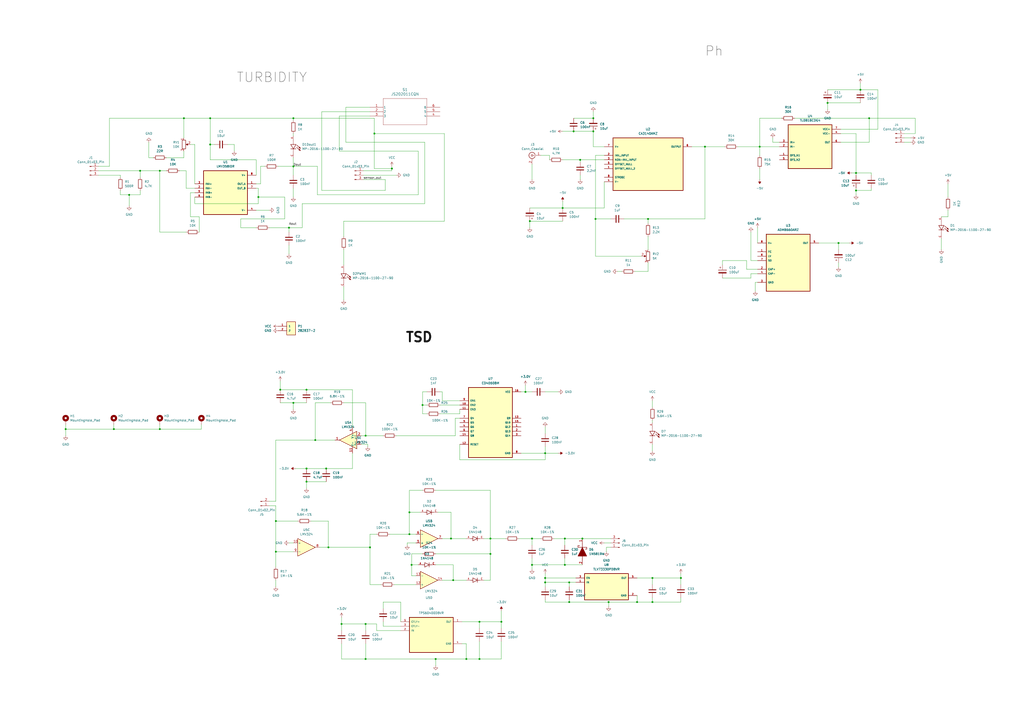
<source format=kicad_sch>
(kicad_sch (version 20230121) (generator eeschema)
  (paper "A2")
  (lib_symbols
    (symbol "+3.3V_1" (power) (pin_names (offset 0))
      (property "Value" "+3.3V_1" (at 0 5.08 0))
      (symbol "+3.3V_1_1_1"
        (pin power_in line (at 0 0 90) (length 0) hide (name "+3.0V") (number "1"))
      )
    )
    (symbol "-3V3_1" (power) (pin_names (offset 0))
      (property "Value" "-3V3_1" (at 0 3.81 90))
      (symbol "-3V3_1_1_0"
        (pin power_in line (at 0 0 90) (length 0) hide (name "-3.0V") (number "1"))
      )
    )
    (symbol "1N4148:1N4148" (pin_names (offset 1.016))
      (property "Reference" "D" (at -3.8154 1.7551 0))
      (property "Value" "1N4148" (at -3.8173 -3.5883 0))
      (symbol "1N4148_0_0"
        (pin passive line (at -5.08 0 0) (length 2.54) (name "~") (number "A"))
        (pin passive line (at 5.08 0 180) (length 2.54) (name "~") (number "C"))
      )
    )
    (symbol "1N5819W:1N5819W" (pin_names hide)
      (property "Reference" "D" (at 12.7 8.89 0))
      (property "Value" "1N5819W" (at 12.7 6.35 0))
      (symbol "1N5819W_1_1"
        (pin passive line (at 2.54 0 0) (length 2.54) (name "K") (number "1"))
        (pin passive line (at 17.78 0 180) (length 2.54) (name "A") (number "2"))
      )
    )
    (symbol "2023-10-19_12-58-23:JS202011CQN" (pin_names (offset 0.254))
      (property "Reference" "U" (at 20.32 10.16 0))
      (property "Value" "JS202011CQN" (at 20.32 7.62 0))
      (symbol "JS202011CQN_0_1"
        (pin unspecified line (at 0 0 0) (length 7.62) (name "1") (number "1"))
        (pin unspecified line (at 0 -2.54 0) (length 7.62) (name "2") (number "2"))
        (pin unspecified line (at 0 -5.08 0) (length 7.62) (name "3") (number "3"))
        (pin unspecified line (at 40.64 -5.08 180) (length 7.62) (name "4") (number "4"))
        (pin unspecified line (at 40.64 -2.54 180) (length 7.62) (name "5") (number "5"))
        (pin unspecified line (at 40.64 0 180) (length 7.62) (name "6") (number "6"))
      )
    )
    (symbol "282837-2:282837-2" (pin_names (offset 1.016))
      (property "Reference" "P" (at -2.5406 2.5438 0))
      (property "Value" "282837-2" (at -2.5424 -6.3745 0))
      (symbol "282837-2_0_0"
        (pin passive line (at -7.62 0 0) (length 5.08) (name "1") (number "1"))
        (pin passive line (at -7.62 -2.54 0) (length 5.08) (name "2") (number "2"))
      )
    )
    (symbol "ADM8660ARZ:ADM8660ARZ" (pin_names (offset 1.016))
      (property "Reference" "U" (at -5.5921 14.7936 0))
      (property "Value" "ADM8660ARZ" (at -7.5817 -23.8136 0))
      (symbol "ADM8660ARZ_0_0"
        (pin input line (at -17.78 2.54 0) (length 5.08) (name "FC") (number "1"))
        (pin passive line (at -17.78 -7.62 0) (length 5.08) (name "CAP+") (number "2"))
        (pin passive line (at -17.78 -15.24 0) (length 5.08) (name "GND") (number "3"))
        (pin passive line (at -17.78 -10.16 0) (length 5.08) (name "CAP-") (number "4"))
        (pin output line (at 17.78 7.62 180) (length 5.08) (name "OUT") (number "5"))
        (pin input line (at -17.78 0 0) (length 5.08) (name "LV") (number "6"))
        (pin input line (at -17.78 -2.54 0) (length 5.08) (name "SD") (number "7"))
        (pin power_in line (at -17.78 7.62 0) (length 5.08) (name "V+") (number "8"))
      )
    )
    (symbol "Amplifier_Operational:LMV324" (pin_names (offset 0.127))
      (property "Reference" "U" (at 0 5.08 0))
      (property "Value" "LMV324" (at 0 -5.08 0))
      (symbol "LMV324_1_1"
        (pin output line (at 7.62 0 180) (length 2.54) (name "~") (number "1"))
        (pin input line (at -7.62 -2.54 0) (length 2.54) (name "-") (number "2"))
        (pin input line (at -7.62 2.54 0) (length 2.54) (name "+") (number "3"))
      )
      (symbol "LMV324_2_1"
        (pin input line (at -7.62 2.54 0) (length 2.54) (name "+") (number "5"))
        (pin input line (at -7.62 -2.54 0) (length 2.54) (name "-") (number "6"))
        (pin output line (at 7.62 0 180) (length 2.54) (name "~") (number "7"))
      )
      (symbol "LMV324_3_1"
        (pin input line (at -7.62 2.54 0) (length 2.54) (name "+") (number "10"))
        (pin output line (at 7.62 0 180) (length 2.54) (name "~") (number "8"))
        (pin input line (at -7.62 -2.54 0) (length 2.54) (name "-") (number "9"))
      )
      (symbol "LMV324_4_1"
        (pin input line (at -7.62 2.54 0) (length 2.54) (name "+") (number "12"))
        (pin input line (at -7.62 -2.54 0) (length 2.54) (name "-") (number "13"))
        (pin output line (at 7.62 0 180) (length 2.54) (name "~") (number "14"))
      )
      (symbol "LMV324_5_1"
        (pin power_in line (at -2.54 -7.62 90) (length 3.81) (name "V-") (number "11"))
        (pin power_in line (at -2.54 7.62 270) (length 3.81) (name "V+") (number "4"))
      )
    )
    (symbol "CA3140AMZ:CA3140AMZ" (pin_names (offset 1.016))
      (property "Reference" "U" (at -4.6822 14.988 0))
      (property "Value" "CA3140AMZ" (at -5.8864 -22.0419 0))
      (symbol "CA3140AMZ_0_0"
        (pin passive line (at -25.4 -5.08 0) (length 5.08) (name "OFFSET_NULL_2") (number "1"))
        (pin input line (at -25.4 2.54 0) (length 5.08) (name "INV._INPUT") (number "2"))
        (pin input line (at -25.4 0 0) (length 5.08) (name "NON-INV._INPUT") (number "3"))
        (pin power_in line (at -25.4 -12.7 0) (length 5.08) (name "V-") (number "4"))
        (pin passive line (at -25.4 -2.54 0) (length 5.08) (name "OFFSET_NULL") (number "5"))
        (pin output line (at 25.4 7.62 180) (length 5.08) (name "OUTPUT") (number "6"))
        (pin power_in line (at -25.4 7.62 0) (length 5.08) (name "V+") (number "7"))
        (pin input line (at -25.4 -10.16 0) (length 5.08) (name "STROBE") (number "8"))
      )
    )
    (symbol "CD4060BM:CD4060BM" (pin_names (offset 1.016))
      (property "Reference" "U" (at -12.7 21.32 0))
      (property "Value" "CD4060BM" (at -12.7 -24.32 0))
      (symbol "CD4060BM_0_0"
        (pin bidirectional line (at 17.78 -2.54 180) (length 5.08) (name "Q12") (number "1"))
        (pin bidirectional line (at -17.78 10.16 0) (length 5.08) (name "EN2") (number "10"))
        (pin bidirectional line (at -17.78 7.62 0) (length 5.08) (name "EN3") (number "11"))
        (pin bidirectional line (at -17.78 -12.7 0) (length 5.08) (name "RESET") (number "12"))
        (pin bidirectional line (at 17.78 2.54 180) (length 5.08) (name "Q9") (number "13"))
        (pin bidirectional line (at -17.78 -7.62 0) (length 5.08) (name "Q8") (number "14"))
        (pin bidirectional line (at 17.78 0 180) (length 5.08) (name "Q10") (number "15"))
        (pin power_in line (at 17.78 17.78 180) (length 5.08) (name "VCC") (number "16"))
        (pin bidirectional line (at 17.78 -5.08 180) (length 5.08) (name "Q13") (number "2"))
        (pin bidirectional line (at 17.78 -7.62 180) (length 5.08) (name "Q14") (number "3"))
        (pin bidirectional line (at -17.78 -2.54 0) (length 5.08) (name "Q6") (number "4"))
        (pin bidirectional line (at -17.78 0 0) (length 5.08) (name "Q5") (number "5"))
        (pin bidirectional line (at -17.78 -5.08 0) (length 5.08) (name "Q7") (number "6"))
        (pin bidirectional line (at -17.78 2.54 0) (length 5.08) (name "Q4") (number "7"))
        (pin power_in line (at 17.78 -17.78 180) (length 5.08) (name "GND") (number "8"))
        (pin bidirectional line (at -17.78 12.7 0) (length 5.08) (name "EN1") (number "9"))
      )
    )
    (symbol "Connector:Conn_01x02_Pin" (pin_names (offset 1.016) hide)
      (property "Reference" "J" (at 0 2.54 0))
      (property "Value" "Conn_01x02_Pin" (at 0 -5.08 0))
      (symbol "Conn_01x02_Pin_1_1"
        (pin passive line (at 5.08 0 180) (length 3.81) (name "Pin_1") (number "1"))
        (pin passive line (at 5.08 -2.54 180) (length 3.81) (name "Pin_2") (number "2"))
      )
    )
    (symbol "Connector:Conn_01x03_Pin" (pin_names (offset 1.016) hide)
      (property "Reference" "J" (at 0 5.08 0))
      (property "Value" "Conn_01x03_Pin" (at 0 -5.08 0))
      (symbol "Conn_01x03_Pin_1_1"
        (pin passive line (at 5.08 2.54 180) (length 3.81) (name "Pin_1") (number "1"))
        (pin passive line (at 5.08 0 180) (length 3.81) (name "Pin_2") (number "2"))
        (pin passive line (at 5.08 -2.54 180) (length 3.81) (name "Pin_3") (number "3"))
      )
    )
    (symbol "Connector:Conn_Coaxial" (pin_names (offset 1.016) hide)
      (property "Reference" "J" (at 0.254 3.048 0))
      (property "Value" "Conn_Coaxial" (at 2.921 0 90))
      (symbol "Conn_Coaxial_1_1"
        (pin passive line (at -5.08 0 0) (length 2.54) (name "In") (number "1"))
        (pin passive line (at 0 -5.08 90) (length 2.54) (name "Ext") (number "2"))
      )
    )
    (symbol "Device:C" (pin_numbers hide) (pin_names (offset 0.254))
      (property "Reference" "C" (at 0.635 2.54 0))
      (property "Value" "C" (at 0.635 -2.54 0))
      (symbol "C_1_1"
        (pin passive line (at 0 3.81 270) (length 2.794) (name "~") (number "1"))
        (pin passive line (at 0 -3.81 90) (length 2.794) (name "~") (number "2"))
      )
    )
    (symbol "Device:C_Polarized" (pin_numbers hide) (pin_names (offset 0.254))
      (property "Reference" "C" (at 0.635 2.54 0))
      (property "Value" "C_Polarized" (at 0.635 -2.54 0))
      (symbol "C_Polarized_1_1"
        (pin passive line (at 0 3.81 270) (length 2.794) (name "~") (number "1"))
        (pin passive line (at 0 -3.81 90) (length 2.794) (name "~") (number "2"))
      )
    )
    (symbol "Device:R" (pin_numbers hide) (pin_names (offset 0))
      (property "Reference" "R" (at 2.032 0 90))
      (property "Value" "R" (at 0 0 90))
      (symbol "R_1_1"
        (pin passive line (at 0 3.81 270) (length 1.27) (name "~") (number "1"))
        (pin passive line (at 0 -3.81 90) (length 1.27) (name "~") (number "2"))
      )
    )
    (symbol "Device:R_Potentiometer" (pin_names (offset 1.016) hide)
      (property "Reference" "RV" (at -4.445 0 90))
      (property "Value" "R_Potentiometer" (at -2.54 0 90))
      (symbol "R_Potentiometer_1_1"
        (pin passive line (at 0 3.81 270) (length 1.27) (name "1") (number "1"))
        (pin passive line (at 3.81 0 180) (length 1.27) (name "2") (number "2"))
        (pin passive line (at 0 -3.81 90) (length 1.27) (name "3") (number "3"))
      )
    )
    (symbol "LMV358IDR:LMV358IDR" (pin_names (offset 1.016))
      (property "Reference" "U" (at -12.7 13.7 0))
      (property "Value" "LMV358IDR" (at -12.7 -16.7 0))
      (symbol "LMV358IDR_0_0"
        (pin output line (at 17.78 5.08 180) (length 5.08) (name "OUT_A") (number "1"))
        (pin input line (at -17.78 2.54 0) (length 5.08) (name "INA-") (number "2"))
        (pin input line (at -17.78 5.08 0) (length 5.08) (name "INA+") (number "3"))
        (pin power_in line (at 17.78 -10.16 180) (length 5.08) (name "V-") (number "4"))
        (pin input line (at -17.78 0 0) (length 5.08) (name "INB+") (number "5"))
        (pin input line (at -17.78 -2.54 0) (length 5.08) (name "INB-") (number "6"))
        (pin output line (at 17.78 2.54 180) (length 5.08) (name "OUT_B") (number "7"))
        (pin power_in line (at 17.78 10.16 180) (length 5.08) (name "V+") (number "8"))
      )
    )
    (symbol "MP-2016-1100-27-90:MP-2016-1100-27-90" (pin_names (offset 1.016))
      (property "Reference" "D" (at -3.0988 4.4958 0))
      (property "Value" "MP-2016-1100-27-90" (at -3.556 -3.302 0))
      (symbol "MP-2016-1100-27-90_0_0"
        (pin passive line (at -7.62 0 0) (length 2.54) (name "~") (number "A"))
        (pin passive line (at 5.08 0 180) (length 2.54) (name "~") (number "C"))
      )
    )
    (symbol "Mechanical:MountingHole_Pad" (pin_numbers hide) (pin_names (offset 1.016) hide)
      (property "Reference" "H" (at 0 6.35 0))
      (property "Value" "MountingHole_Pad" (at 0 4.445 0))
      (symbol "MountingHole_Pad_1_1"
        (pin input line (at 0 -2.54 90) (length 2.54) (name "1") (number "1"))
      )
    )
    (symbol "TL081BCDG4:TL081BCDG4" (pin_names (offset 1.016))
      (property "Reference" "U" (at -12.7 13.7 0))
      (property "Value" "TL081BCDG4" (at -12.7 -16.7 0))
      (symbol "TL081BCDG4_0_0"
        (pin bidirectional line (at -17.78 -5.08 0) (length 5.08) (name "OFS_N1") (number "1"))
        (pin input line (at -17.78 0 0) (length 5.08) (name "IN-") (number "2"))
        (pin input line (at -17.78 2.54 0) (length 5.08) (name "IN+") (number "3"))
        (pin power_in line (at 17.78 7.62 180) (length 5.08) (name "VCC-") (number "4"))
        (pin bidirectional line (at -17.78 -7.62 0) (length 5.08) (name "OFS_N2") (number "5"))
        (pin output line (at 17.78 2.54 180) (length 5.08) (name "OUT") (number "6"))
        (pin power_in line (at 17.78 10.16 180) (length 5.08) (name "VCC+") (number "7"))
      )
    )
    (symbol "TLV73330PDBVR:TLV73330PDBVR" (pin_names (offset 1.016))
      (property "Reference" "U" (at -12.7 8.62 0))
      (property "Value" "TLV73330PDBVR" (at -12.7 -11.62 0))
      (symbol "TLV73330PDBVR_0_0"
        (pin input line (at -17.78 2.54 0) (length 5.08) (name "IN") (number "1"))
        (pin power_in line (at 17.78 -5.08 180) (length 5.08) (name "GND") (number "2"))
        (pin input line (at -17.78 5.08 0) (length 5.08) (name "EN") (number "3"))
        (pin output line (at 17.78 5.08 180) (length 5.08) (name "OUT") (number "5"))
      )
    )
    (symbol "TPS60400DBVR:TPS60400DBVR" (pin_names (offset 1.016))
      (property "Reference" "U" (at -12.7 11.16 0))
      (property "Value" "TPS60400DBVR" (at -12.7 -14.16 0))
      (symbol "TPS60400DBVR_0_0"
        (pin output line (at 17.78 7.62 180) (length 5.08) (name "OUT") (number "1"))
        (pin input line (at -17.78 2.54 0) (length 5.08) (name "IN") (number "2"))
        (pin input line (at -17.78 5.08 0) (length 5.08) (name "CFLY-") (number "3"))
        (pin power_in line (at 17.78 -5.08 180) (length 5.08) (name "GND") (number "4"))
        (pin input line (at -17.78 7.62 0) (length 5.08) (name "CFLY+") (number "5"))
      )
    )
    (symbol "power:+5V" (power) (pin_names (offset 0))
      (property "Value" "+5V" (at 0 3.556 0))
      (symbol "+5V_1_1"
        (pin power_in line (at 0 0 90) (length 0) hide (name "+5V") (number "1"))
      )
    )
    (symbol "power:-3V3" (power) (pin_names (offset 0))
      (property "Value" "-3.0V" (at 0 3.81 90))
      (symbol "-3V3_1_0"
        (pin power_in line (at 0 0 90) (length 0) hide (name "-3.0V") (number "1"))
      )
    )
    (symbol "power:-5V" (power) (pin_names (offset 0))
      (property "Value" "-5V" (at 0 3.81 0))
      (symbol "-5V_0_0"
        (pin power_in line (at 0 0 90) (length 0) hide (name "-5V") (number "1"))
      )
    )
    (symbol "power:GND" (power) (pin_names (offset 0))
      (property "Value" "GND" (at 0 -3.81 0))
      (symbol "GND_1_1"
        (pin power_in line (at 0 0 270) (length 0) hide (name "GND") (number "1"))
      )
    )
    (symbol "power:VCC" (power) (pin_names (offset 0))
      (property "Value" "VCC" (at 0 3.81 0))
      (symbol "VCC_1_1"
        (pin power_in line (at 0 0 90) (length 0) hide (name "VCC") (number "1"))
      )
    )
  )
  (junction (at 92.71 248.92))
  (junction (at 237.49 297.18))
  (junction (at 170.18 96.52))
  (junction (at 261.62 312.42))
  (junction (at 106.68 68.58))
  (junction (at 167.64 132.08))
  (junction (at 344.17 76.2))
  (junction (at 307.34 128.27))
  (junction (at 212.09 361.95))
  (junction (at 330.2 337.82))
  (junction (at 177.8 271.78))
  (junction (at 378.46 335.28))
  (junction (at 190.5 317.5))
  (junction (at 344.17 68.58))
  (junction (at 252.73 382.27))
  (junction (at 375.92 127))
  (junction (at 262.89 336.55))
  (junction (at 38.1 248.92))
  (junction (at 308.61 327.66))
  (junction (at 170.18 68.58))
  (junction (at 92.71 99.06))
  (junction (at 496.57 100.33))
  (junction (at 182.88 255.27))
  (junction (at 160.02 302.26))
  (junction (at 480.06 59.69))
  (junction (at 353.06 349.25))
  (junction (at 316.23 335.28))
  (junction (at 499.11 52.07))
  (junction (at 66.04 248.92))
  (junction (at 330.2 349.25))
  (junction (at 440.69 85.09))
  (junction (at 278.13 382.27))
  (junction (at 189.23 271.78))
  (junction (at 177.8 279.4))
  (junction (at 270.51 382.27))
  (junction (at 316.23 337.82))
  (junction (at 160.02 320.04))
  (junction (at 408.94 85.09))
  (junction (at 227.33 97.79))
  (junction (at 121.92 68.58))
  (junction (at 332.74 76.2))
  (junction (at 378.46 349.25))
  (junction (at 170.18 233.68))
  (junction (at 327.66 312.42))
  (junction (at 290.83 360.68))
  (junction (at 345.44 127))
  (junction (at 162.56 226.06))
  (junction (at 81.28 99.06))
  (junction (at 284.48 312.42))
  (junction (at 394.97 335.28))
  (junction (at 326.39 120.65))
  (junction (at 212.09 252.73))
  (junction (at 504.19 68.58))
  (junction (at 327.66 327.66))
  (junction (at 177.8 226.06))
  (junction (at 336.55 92.71))
  (junction (at 74.93 113.03))
  (junction (at 214.63 317.5))
  (junction (at 496.57 110.49))
  (junction (at 245.11 234.95))
  (junction (at 237.49 309.88))
  (junction (at 337.82 312.42))
  (junction (at 369.57 349.25))
  (junction (at 149.86 114.3))
  (junction (at 212.09 382.27))
  (junction (at 284.48 321.31))
  (junction (at 308.61 312.42))
  (junction (at 486.41 140.97))
  (junction (at 238.76 327.66))
  (junction (at 316.23 262.89))
  (junction (at 217.17 77.47))
  (junction (at 121.92 83.82))
  (junction (at 278.13 360.68))
  (junction (at 198.12 361.95))
  (junction (at 304.8 227.33))
  (wire (pts (xy 121.92 68.58) (xy 106.68 68.58)))
  (wire (pts (xy 66.04 248.92) (xy 38.1 248.92)))
  (wire (pts (xy 278.13 360.68) (xy 278.13 364.49)))
  (wire (pts (xy 337.82 327.66) (xy 327.66 327.66)))
  (wire (pts (xy 229.87 252.73) (xy 264.16 252.73)))
  (wire (pts (xy 345.44 127) (xy 354.33 127)))
  (wire (pts (xy 316.23 247.65) (xy 316.23 251.46)))
  (wire (pts (xy 232.41 360.68) (xy 232.41 349.25)))
  (wire (pts (xy 284.48 321.31) (xy 284.48 312.42)))
  (wire (pts (xy 247.65 240.03) (xy 245.11 240.03)))
  (wire (pts (xy 378.46 346.71) (xy 378.46 349.25)))
  (wire (pts (xy 170.18 233.68) (xy 170.18 237.49)))
  (wire (pts (xy 222.25 349.25) (xy 222.25 353.06)))
  (wire (pts (xy 196.85 87.63) (xy 196.85 67.31)))
  (wire (pts (xy 139.7 132.08) (xy 148.59 132.08)))
  (wire (pts (xy 435.61 158.75) (xy 439.42 158.75)))
  (wire (pts (xy 318.77 90.17) (xy 318.77 92.71)))
  (wire (pts (xy 227.33 97.79) (xy 217.17 97.79)))
  (wire (pts (xy 204.47 226.06) (xy 177.8 226.06)))
  (wire (pts (xy 316.23 349.25) (xy 330.2 349.25)))
  (wire (pts (xy 156.21 132.08) (xy 167.64 132.08)))
  (wire (pts (xy 278.13 382.27) (xy 290.83 382.27)))
  (wire (pts (xy 316.23 266.7) (xy 316.23 262.89)))
  (wire (pts (xy 113.03 83.82) (xy 113.03 106.68)))
  (wire (pts (xy 184.15 113.03) (xy 242.57 113.03)))
  (wire (pts (xy 175.26 132.08) (xy 175.26 118.11)))
  (wire (pts (xy 245.11 234.95) (xy 245.11 227.33)))
  (wire (pts (xy 300.99 312.42) (xy 308.61 312.42)))
  (wire (pts (xy 198.12 373.38) (xy 198.12 382.27)))
  (wire (pts (xy 106.68 68.58) (xy 106.68 80.01)))
  (wire (pts (xy 438.15 163.83) (xy 438.15 168.91)))
  (wire (pts (xy 241.3 309.88) (xy 237.49 309.88)))
  (wire (pts (xy 499.11 48.26) (xy 499.11 52.07)))
  (wire (pts (xy 254 297.18) (xy 261.62 297.18)))
  (wire (pts (xy 351.79 317.5) (xy 354.33 317.5)))
  (wire (pts (xy 496.57 110.49) (xy 496.57 113.03)))
  (wire (pts (xy 38.1 248.92) (xy 38.1 252.73)))
  (wire (pts (xy 107.95 99.06) (xy 107.95 109.22)))
  (wire (pts (xy 222.25 363.22) (xy 222.25 360.68)))
  (wire (pts (xy 330.2 347.98) (xy 330.2 349.25)))
  (wire (pts (xy 327.66 312.42) (xy 337.82 312.42)))
  (wire (pts (xy 261.62 297.18) (xy 261.62 312.42)))
  (wire (pts (xy 255.27 227.33) (xy 256.54 227.33)))
  (wire (pts (xy 290.83 372.11) (xy 290.83 382.27)))
  (wire (pts (xy 304.8 223.52) (xy 304.8 227.33)))
  (wire (pts (xy 302.26 262.89) (xy 316.23 262.89)))
  (wire (pts (xy 524.51 77.47) (xy 530.86 77.47)))
  (wire (pts (xy 368.3 157.48) (xy 375.92 157.48)))
  (wire (pts (xy 504.19 82.55) (xy 487.68 82.55)))
  (wire (pts (xy 204.47 262.89) (xy 204.47 271.78)))
  (wire (pts (xy 204.47 247.65) (xy 204.47 226.06)))
  (wire (pts (xy 223.52 104.14) (xy 223.52 110.49)))
  (wire (pts (xy 198.12 382.27) (xy 212.09 382.27)))
  (wire (pts (xy 266.7 257.81) (xy 266.7 266.7)))
  (wire (pts (xy 344.17 64.77) (xy 344.17 68.58)))
  (wire (pts (xy 496.57 77.47) (xy 496.57 100.33)))
  (wire (pts (xy 308.61 95.25) (xy 308.61 104.14)))
  (wire (pts (xy 316.23 347.98) (xy 316.23 349.25)))
  (wire (pts (xy 496.57 109.22) (xy 496.57 110.49)))
  (wire (pts (xy 345.44 127) (xy 345.44 148.59)))
  (wire (pts (xy 440.69 68.58) (xy 453.39 68.58)))
  (wire (pts (xy 375.92 127) (xy 408.94 127)))
  (wire (pts (xy 280.67 336.55) (xy 284.48 336.55)))
  (wire (pts (xy 345.44 148.59) (xy 372.11 148.59)))
  (wire (pts (xy 256.54 232.41) (xy 266.7 232.41)))
  (wire (pts (xy 161.29 96.52) (xy 170.18 96.52)))
  (wire (pts (xy 316.23 227.33) (xy 323.85 227.33)))
  (wire (pts (xy 284.48 312.42) (xy 293.37 312.42)))
  (wire (pts (xy 186.69 64.77) (xy 186.69 110.49)))
  (wire (pts (xy 378.46 349.25) (xy 394.97 349.25)))
  (wire (pts (xy 180.34 302.26) (xy 190.5 302.26)))
  (wire (pts (xy 439.42 132.08) (xy 439.42 140.97)))
  (wire (pts (xy 241.3 334.01) (xy 238.76 334.01)))
  (wire (pts (xy 210.82 104.14) (xy 223.52 104.14)))
  (wire (pts (xy 185.42 317.5) (xy 190.5 317.5)))
  (wire (pts (xy 196.85 87.63) (xy 242.57 87.63)))
  (wire (pts (xy 419.1 161.29) (xy 435.61 161.29)))
  (wire (pts (xy 214.63 339.09) (xy 220.98 339.09)))
  (wire (pts (xy 160.02 320.04) (xy 160.02 328.93)))
  (wire (pts (xy 480.06 59.69) (xy 480.06 63.5)))
  (wire (pts (xy 246.38 82.55) (xy 200.66 82.55)))
  (wire (pts (xy 81.28 99.06) (xy 81.28 102.87)))
  (wire (pts (xy 505.46 109.22) (xy 505.46 110.49)))
  (wire (pts (xy 232.41 363.22) (xy 222.25 363.22)))
  (wire (pts (xy 177.8 279.4) (xy 189.23 279.4)))
  (wire (pts (xy 549.91 106.68) (xy 549.91 114.3)))
  (wire (pts (xy 496.57 110.49) (xy 505.46 110.49)))
  (wire (pts (xy 217.17 68.58) (xy 170.18 68.58)))
  (wire (pts (xy 353.06 349.25) (xy 353.06 351.79)))
  (wire (pts (xy 308.61 312.42) (xy 308.61 316.23)))
  (wire (pts (xy 160.02 320.04) (xy 170.18 320.04)))
  (wire (pts (xy 199.39 128.27) (xy 257.81 128.27)))
  (wire (pts (xy 326.39 116.84) (xy 326.39 120.65)))
  (wire (pts (xy 505.46 101.6) (xy 505.46 100.33)))
  (wire (pts (xy 236.22 314.96) (xy 241.3 314.96)))
  (wire (pts (xy 237.49 297.18) (xy 243.84 297.18)))
  (wire (pts (xy 148.59 92.71) (xy 121.92 92.71)))
  (wire (pts (xy 509.27 74.93) (xy 509.27 52.07)))
  (wire (pts (xy 278.13 360.68) (xy 290.83 360.68)))
  (wire (pts (xy 549.91 125.73) (xy 549.91 121.92)))
  (wire (pts (xy 217.17 97.79) (xy 217.17 77.47)))
  (wire (pts (xy 199.39 166.37) (xy 199.39 173.99)))
  (wire (pts (xy 223.52 110.49) (xy 186.69 110.49)))
  (wire (pts (xy 96.52 99.06) (xy 92.71 99.06)))
  (wire (pts (xy 232.41 365.76) (xy 218.44 365.76)))
  (wire (pts (xy 57.15 99.06) (xy 81.28 99.06)))
  (wire (pts (xy 148.59 121.92) (xy 156.21 121.92)))
  (wire (pts (xy 228.6 339.09) (xy 241.3 339.09)))
  (wire (pts (xy 264.16 242.57) (xy 266.7 242.57)))
  (wire (pts (xy 227.33 99.06) (xy 227.33 97.79)))
  (wire (pts (xy 182.88 233.68) (xy 182.88 255.27)))
  (wire (pts (xy 252.73 382.27) (xy 252.73 386.08)))
  (wire (pts (xy 345.44 90.17) (xy 345.44 127)))
  (wire (pts (xy 350.52 85.09) (xy 344.17 85.09)))
  (wire (pts (xy 121.92 83.82) (xy 121.92 92.71)))
  (wire (pts (xy 327.66 323.85) (xy 327.66 327.66)))
  (wire (pts (xy 262.89 336.55) (xy 270.51 336.55)))
  (wire (pts (xy 350.52 90.17) (xy 345.44 90.17)))
  (wire (pts (xy 121.92 83.82) (xy 124.46 83.82)))
  (wire (pts (xy 336.55 101.6) (xy 336.55 104.14)))
  (wire (pts (xy 175.26 118.11) (xy 246.38 118.11)))
  (wire (pts (xy 439.42 163.83) (xy 438.15 163.83)))
  (wire (pts (xy 162.56 226.06) (xy 177.8 226.06)))
  (wire (pts (xy 245.11 234.95) (xy 247.65 234.95)))
  (wire (pts (xy 139.7 132.08) (xy 139.7 127)))
  (wire (pts (xy 486.41 140.97) (xy 486.41 144.78)))
  (wire (pts (xy 252.73 284.48) (xy 284.48 284.48)))
  (wire (pts (xy 81.28 110.49) (xy 81.28 113.03)))
  (wire (pts (xy 246.38 118.11) (xy 246.38 82.55)))
  (wire (pts (xy 170.18 68.58) (xy 170.18 69.85)))
  (wire (pts (xy 160.02 255.27) (xy 160.02 290.83)))
  (wire (pts (xy 167.64 132.08) (xy 175.26 132.08)))
  (wire (pts (xy 106.68 91.44) (xy 106.68 87.63)))
  (wire (pts (xy 332.74 68.58) (xy 344.17 68.58)))
  (wire (pts (xy 92.71 246.38) (xy 92.71 248.92)))
  (wire (pts (xy 504.19 68.58) (xy 504.19 82.55)))
  (wire (pts (xy 261.62 312.42) (xy 270.51 312.42)))
  (wire (pts (xy 69.85 101.6) (xy 69.85 102.87)))
  (wire (pts (xy 107.95 134.62) (xy 92.71 134.62)))
  (wire (pts (xy 199.39 144.78) (xy 199.39 153.67)))
  (wire (pts (xy 167.64 142.24) (xy 167.64 147.32)))
  (wire (pts (xy 326.39 92.71) (xy 336.55 92.71)))
  (wire (pts (xy 245.11 227.33) (xy 247.65 227.33)))
  (wire (pts (xy 316.23 335.28) (xy 316.23 337.82)))
  (wire (pts (xy 116.84 246.38) (xy 116.84 248.92)))
  (wire (pts (xy 308.61 323.85) (xy 308.61 327.66)))
  (wire (pts (xy 266.7 237.49) (xy 266.7 240.03)))
  (wire (pts (xy 69.85 113.03) (xy 74.93 113.03)))
  (wire (pts (xy 113.03 111.76) (xy 110.49 111.76)))
  (wire (pts (xy 213.36 257.81) (xy 213.36 259.08)))
  (wire (pts (xy 308.61 327.66) (xy 327.66 327.66)))
  (wire (pts (xy 369.57 335.28) (xy 378.46 335.28)))
  (wire (pts (xy 92.71 248.92) (xy 66.04 248.92)))
  (wire (pts (xy 232.41 349.25) (xy 222.25 349.25)))
  (wire (pts (xy 238.76 327.66) (xy 242.57 327.66)))
  (wire (pts (xy 209.55 252.73) (xy 212.09 252.73)))
  (wire (pts (xy 270.51 382.27) (xy 252.73 382.27)))
  (wire (pts (xy 162.56 233.68) (xy 170.18 233.68)))
  (wire (pts (xy 546.1 125.73) (xy 549.91 125.73)))
  (wire (pts (xy 170.18 233.68) (xy 177.8 233.68)))
  (wire (pts (xy 177.8 279.4) (xy 177.8 283.21)))
  (wire (pts (xy 214.63 317.5) (xy 214.63 339.09)))
  (wire (pts (xy 433.07 156.21) (xy 433.07 151.13)))
  (wire (pts (xy 113.03 114.3) (xy 113.03 118.11)))
  (wire (pts (xy 361.95 127) (xy 375.92 127)))
  (wire (pts (xy 115.57 125.73) (xy 115.57 134.62)))
  (wire (pts (xy 394.97 332.74) (xy 394.97 335.28)))
  (wire (pts (xy 378.46 257.81) (xy 378.46 261.62)))
  (wire (pts (xy 66.04 246.38) (xy 66.04 248.92)))
  (wire (pts (xy 461.01 68.58) (xy 504.19 68.58)))
  (wire (pts (xy 316.23 259.08) (xy 316.23 262.89)))
  (wire (pts (xy 480.06 59.69) (xy 499.11 59.69)))
  (wire (pts (xy 336.55 92.71) (xy 350.52 92.71)))
  (wire (pts (xy 316.23 337.82) (xy 316.23 340.36)))
  (wire (pts (xy 419.1 151.13) (xy 419.1 153.67)))
  (wire (pts (xy 408.94 85.09) (xy 420.37 85.09)))
  (wire (pts (xy 165.1 127) (xy 165.1 114.3)))
  (wire (pts (xy 252.73 321.31) (xy 284.48 321.31)))
  (wire (pts (xy 257.81 128.27) (xy 257.81 77.47)))
  (wire (pts (xy 509.27 52.07) (xy 499.11 52.07)))
  (wire (pts (xy 307.34 128.27) (xy 326.39 128.27)))
  (wire (pts (xy 439.42 156.21) (xy 433.07 156.21)))
  (wire (pts (xy 212.09 373.38) (xy 212.09 382.27)))
  (wire (pts (xy 302.26 227.33) (xy 304.8 227.33)))
  (wire (pts (xy 427.99 85.09) (xy 440.69 85.09)))
  (wire (pts (xy 350.52 314.96) (xy 354.33 314.96)))
  (wire (pts (xy 121.92 68.58) (xy 121.92 83.82)))
  (wire (pts (xy 394.97 335.28) (xy 394.97 339.09)))
  (wire (pts (xy 237.49 309.88) (xy 237.49 297.18)))
  (wire (pts (xy 378.46 232.41) (xy 378.46 236.22)))
  (wire (pts (xy 256.54 227.33) (xy 256.54 232.41)))
  (wire (pts (xy 107.95 109.22) (xy 113.03 109.22)))
  (wire (pts (xy 170.18 68.58) (xy 121.92 68.58)))
  (wire (pts (xy 200.66 82.55) (xy 200.66 62.23)))
  (wire (pts (xy 267.97 360.68) (xy 278.13 360.68)))
  (wire (pts (xy 308.61 312.42) (xy 313.69 312.42)))
  (wire (pts (xy 182.88 255.27) (xy 160.02 255.27)))
  (wire (pts (xy 198.12 361.95) (xy 212.09 361.95)))
  (wire (pts (xy 433.07 151.13) (xy 419.1 151.13)))
  (wire (pts (xy 313.69 90.17) (xy 318.77 90.17)))
  (wire (pts (xy 186.69 64.77) (xy 214.63 64.77)))
  (wire (pts (xy 238.76 327.66) (xy 238.76 321.31)))
  (wire (pts (xy 184.15 96.52) (xy 184.15 113.03)))
  (wire (pts (xy 151.13 96.52) (xy 153.67 96.52)))
  (wire (pts (xy 252.73 327.66) (xy 262.89 327.66)))
  (wire (pts (xy 245.11 240.03) (xy 245.11 234.95)))
  (wire (pts (xy 149.86 118.11) (xy 149.86 114.3)))
  (wire (pts (xy 237.49 284.48) (xy 245.11 284.48)))
  (wire (pts (xy 336.55 92.71) (xy 336.55 93.98)))
  (wire (pts (xy 435.61 151.13) (xy 439.42 151.13)))
  (wire (pts (xy 326.39 120.65) (xy 350.52 120.65)))
  (wire (pts (xy 327.66 312.42) (xy 327.66 316.23)))
  (wire (pts (xy 238.76 334.01) (xy 238.76 327.66)))
  (wire (pts (xy 96.52 91.44) (xy 106.68 91.44)))
  (wire (pts (xy 135.89 83.82) (xy 135.89 87.63)))
  (wire (pts (xy 167.64 132.08) (xy 167.64 134.62)))
  (wire (pts (xy 139.7 127) (xy 165.1 127)))
  (wire (pts (xy 171.45 271.78) (xy 177.8 271.78)))
  (wire (pts (xy 350.52 105.41) (xy 350.52 120.65)))
  (wire (pts (xy 494.03 100.33) (xy 496.57 100.33)))
  (wire (pts (xy 110.49 111.76) (xy 110.49 125.73)))
  (wire (pts (xy 196.85 67.31) (xy 214.63 67.31)))
  (wire (pts (xy 378.46 335.28) (xy 378.46 339.09)))
  (wire (pts (xy 212.09 382.27) (xy 252.73 382.27)))
  (wire (pts (xy 487.68 74.93) (xy 509.27 74.93)))
  (wire (pts (xy 375.92 157.48) (xy 375.92 152.4)))
  (wire (pts (xy 194.31 255.27) (xy 182.88 255.27)))
  (wire (pts (xy 148.59 101.6) (xy 148.59 92.71)))
  (wire (pts (xy 212.09 361.95) (xy 212.09 365.76)))
  (wire (pts (xy 214.63 309.88) (xy 214.63 317.5)))
  (wire (pts (xy 369.57 349.25) (xy 378.46 349.25)))
  (wire (pts (xy 38.1 246.38) (xy 38.1 248.92)))
  (wire (pts (xy 524.51 80.01) (xy 528.32 80.01)))
  (wire (pts (xy 148.59 106.68) (xy 151.13 106.68)))
  (wire (pts (xy 321.31 312.42) (xy 327.66 312.42)))
  (wire (pts (xy 330.2 349.25) (xy 353.06 349.25)))
  (wire (pts (xy 227.33 97.79) (xy 227.33 96.52)))
  (wire (pts (xy 435.61 158.75) (xy 435.61 161.29)))
  (wire (pts (xy 394.97 349.25) (xy 394.97 346.71)))
  (wire (pts (xy 92.71 99.06) (xy 92.71 134.62)))
  (wire (pts (xy 524.51 82.55) (xy 528.32 82.55)))
  (wire (pts (xy 369.57 345.44) (xy 369.57 349.25)))
  (wire (pts (xy 170.18 96.52) (xy 170.18 101.6)))
  (wire (pts (xy 92.71 99.06) (xy 81.28 99.06)))
  (wire (pts (xy 375.92 137.16) (xy 375.92 144.78)))
  (wire (pts (xy 57.15 101.6) (xy 69.85 101.6)))
  (wire (pts (xy 88.9 91.44) (xy 86.36 91.44)))
  (wire (pts (xy 530.86 77.47) (xy 530.86 68.58)))
  (wire (pts (xy 452.12 82.55) (xy 448.31 82.55)))
  (wire (pts (xy 69.85 110.49) (xy 69.85 113.03)))
  (wire (pts (xy 209.55 257.81) (xy 213.36 257.81)))
  (wire (pts (xy 218.44 309.88) (xy 214.63 309.88)))
  (wire (pts (xy 110.49 125.73) (xy 115.57 125.73)))
  (wire (pts (xy 149.86 114.3) (xy 149.86 109.22)))
  (wire (pts (xy 280.67 312.42) (xy 284.48 312.42)))
  (wire (pts (xy 304.8 227.33) (xy 308.61 227.33)))
  (wire (pts (xy 316.23 337.82) (xy 330.2 337.82)))
  (wire (pts (xy 330.2 337.82) (xy 330.2 340.36)))
  (wire (pts (xy 177.8 271.78) (xy 189.23 271.78)))
  (wire (pts (xy 284.48 336.55) (xy 284.48 321.31)))
  (wire (pts (xy 351.79 320.04) (xy 351.79 317.5)))
  (wire (pts (xy 113.03 83.82) (xy 110.49 83.82)))
  (wire (pts (xy 63.5 68.58) (xy 106.68 68.58)))
  (wire (pts (xy 257.81 77.47) (xy 217.17 77.47)))
  (wire (pts (xy 256.54 312.42) (xy 261.62 312.42)))
  (wire (pts (xy 204.47 271.78) (xy 189.23 271.78)))
  (wire (pts (xy 149.86 109.22) (xy 148.59 109.22)))
  (wire (pts (xy 316.23 332.74) (xy 316.23 335.28)))
  (wire (pts (xy 440.69 85.09) (xy 440.69 90.17)))
  (wire (pts (xy 218.44 365.76) (xy 218.44 361.95)))
  (wire (pts (xy 316.23 335.28) (xy 334.01 335.28)))
  (wire (pts (xy 496.57 100.33) (xy 496.57 101.6)))
  (wire (pts (xy 487.68 77.47) (xy 496.57 77.47)))
  (wire (pts (xy 238.76 321.31) (xy 245.11 321.31)))
  (wire (pts (xy 160.02 302.26) (xy 160.02 320.04)))
  (wire (pts (xy 290.83 364.49) (xy 290.83 360.68)))
  (wire (pts (xy 63.5 68.58) (xy 63.5 96.52)))
  (wire (pts (xy 486.41 152.4) (xy 486.41 154.94)))
  (wire (pts (xy 337.82 312.42) (xy 354.33 312.42)))
  (wire (pts (xy 267.97 373.38) (xy 270.51 373.38)))
  (wire (pts (xy 270.51 373.38) (xy 270.51 382.27)))
  (wire (pts (xy 326.39 76.2) (xy 332.74 76.2)))
  (wire (pts (xy 401.32 85.09) (xy 408.94 85.09)))
  (wire (pts (xy 160.02 302.26) (xy 172.72 302.26)))
  (wire (pts (xy 74.93 113.03) (xy 81.28 113.03)))
  (wire (pts (xy 86.36 82.55) (xy 86.36 91.44)))
  (wire (pts (xy 198.12 365.76) (xy 198.12 361.95)))
  (wire (pts (xy 278.13 372.11) (xy 278.13 382.27)))
  (wire (pts (xy 210.82 101.6) (xy 229.87 101.6)))
  (wire (pts (xy 242.57 113.03) (xy 242.57 87.63)))
  (wire (pts (xy 255.27 234.95) (xy 266.7 234.95)))
  (wire (pts (xy 546.1 138.43) (xy 546.1 144.78)))
  (wire (pts (xy 217.17 77.47) (xy 217.17 68.58)))
  (wire (pts (xy 266.7 240.03) (xy 255.27 240.03)))
  (wire (pts (xy 378.46 335.28) (xy 394.97 335.28)))
  (wire (pts (xy 210.82 99.06) (xy 227.33 99.06)))
  (wire (pts (xy 162.56 220.98) (xy 162.56 226.06)))
  (wire (pts (xy 375.92 127) (xy 375.92 129.54)))
  (wire (pts (xy 116.84 248.92) (xy 92.71 248.92)))
  (wire (pts (xy 480.06 52.07) (xy 499.11 52.07)))
  (wire (pts (xy 474.98 140.97) (xy 486.41 140.97)))
  (wire (pts (xy 167.64 314.96) (xy 170.18 314.96)))
  (wire (pts (xy 226.06 309.88) (xy 237.49 309.88)))
  (wire (pts (xy 262.89 327.66) (xy 262.89 336.55)))
  (wire (pts (xy 256.54 336.55) (xy 262.89 336.55)))
  (wire (pts (xy 408.94 85.09) (xy 408.94 127)))
  (wire (pts (xy 190.5 302.26) (xy 190.5 317.5)))
  (wire (pts (xy 358.14 157.48) (xy 360.68 157.48)))
  (wire (pts (xy 104.14 99.06) (xy 107.95 99.06)))
  (wire (pts (xy 440.69 97.79) (xy 440.69 104.14)))
  (wire (pts (xy 237.49 297.18) (xy 237.49 284.48)))
  (wire (pts (xy 156.21 293.37) (xy 160.02 293.37)))
  (wire (pts (xy 218.44 361.95) (xy 212.09 361.95)))
  (wire (pts (xy 308.61 327.66) (xy 308.61 330.2)))
  (wire (pts (xy 505.46 100.33) (xy 496.57 100.33)))
  (wire (pts (xy 307.34 128.27) (xy 307.34 132.08)))
  (wire (pts (xy 151.13 106.68) (xy 151.13 96.52)))
  (wire (pts (xy 236.22 316.23) (xy 236.22 314.96)))
  (wire (pts (xy 264.16 252.73) (xy 264.16 242.57)))
  (wire (pts (xy 74.93 113.03) (xy 74.93 119.38)))
  (wire (pts (xy 57.15 96.52) (xy 63.5 96.52)))
  (wire (pts (xy 330.2 337.82) (xy 334.01 337.82)))
  (wire (pts (xy 378.46 243.84) (xy 378.46 245.11)))
  (wire (pts (xy 369.57 349.25) (xy 353.06 349.25)))
  (wire (pts (xy 270.51 382.27) (xy 278.13 382.27)))
  (wire (pts (xy 198.12 358.14) (xy 198.12 361.95)))
  (wire (pts (xy 307.34 120.65) (xy 326.39 120.65)))
  (wire (pts (xy 170.18 96.52) (xy 184.15 96.52)))
  (wire (pts (xy 448.31 82.55) (xy 448.31 80.01)))
  (wire (pts (xy 199.39 128.27) (xy 199.39 137.16)))
  (wire (pts (xy 212.09 252.73) (xy 222.25 252.73)))
  (wire (pts (xy 200.66 62.23) (xy 214.63 62.23)))
  (wire (pts (xy 160.02 336.55) (xy 160.02 340.36)))
  (wire (pts (xy 132.08 83.82) (xy 135.89 83.82)))
  (wire (pts (xy 212.09 252.73) (xy 212.09 233.68)))
  (wire (pts (xy 191.77 233.68) (xy 182.88 233.68)))
  (wire (pts (xy 170.18 109.22) (xy 170.18 114.3)))
  (wire (pts (xy 170.18 77.47) (xy 170.18 78.74)))
  (wire (pts (xy 344.17 85.09) (xy 344.17 76.2)))
  (wire (pts (xy 332.74 76.2) (xy 344.17 76.2)))
  (wire (pts (xy 160.02 290.83) (xy 156.21 290.83)))
  (wire (pts (xy 440.69 85.09) (xy 452.12 85.09)))
  (wire (pts (xy 160.02 293.37) (xy 160.02 302.26)))
  (wire (pts (xy 170.18 91.44) (xy 170.18 96.52)))
  (wire (pts (xy 190.5 317.5) (xy 214.63 317.5)))
  (wire (pts (xy 165.1 114.3) (xy 149.86 114.3)))
  (wire (pts (xy 290.83 354.33) (xy 290.83 360.68)))
  (wire (pts (xy 435.61 134.62) (xy 435.61 151.13)))
  (wire (pts (xy 212.09 233.68) (xy 199.39 233.68)))
  (wire (pts (xy 504.19 68.58) (xy 530.86 68.58)))
  (wire (pts (xy 113.03 118.11) (xy 149.86 118.11)))
  (wire (pts (xy 284.48 284.48) (xy 284.48 312.42)))
  (wire (pts (xy 316.23 262.89) (xy 323.85 262.89)))
  (wire (pts (xy 266.7 266.7) (xy 316.23 266.7)))
  (wire (pts (xy 486.41 140.97) (xy 492.76 140.97)))
  (wire (pts (xy 440.69 85.09) (xy 440.69 68.58)))
  (label "Aout" (at 167.64 130.81 0))
  (label "TSD" (at 234.95 200.66 0) (effects (font (size 5.5 5.5) (thickness 1.1) bold)))
  (label "Dout" (at 170.18 96.52 0))
  (label "Ph" (at 408.94 34.29 0) (effects (font (size 5.5 5.5))))
  (label "TURBIDITY" (at 137.16 49.53 0) (effects (font (size 5.54 5.54))))
  (label "sensor_out" (at 210.82 104.14 0))
  (symbol (lib_id "Device:R") (at 69.85 106.68 0) (unit 1)
    (property "Reference" "R1" (at 72.39 105.41 0) (effects (justify left)))
    (property "Value" "500R" (at 72.39 107.95 0) (effects (justify left)))
    (property "Footprint" "Resistor_SMD:R_0402_1005Metric" (effects hide))
  )
  (symbol (lib_id "Device:R") (at 251.46 234.95 90) (unit 1)
    (property "Reference" "R25" (at 257.81 233.68 90))
    (property "Value" "10K-1%" (at 251.46 232.41 90))
    (property "Footprint" "Resistor_SMD:R_0805_2012Metric" (effects hide))
  )
  (symbol (lib_id "Device:C") (at 251.46 227.33 90) (unit 1)
    (property "Reference" "C23" (at 251.46 219.71 90))
    (property "Value" "1nF" (at 251.46 222.25 90))
    (property "Footprint" "Capacitor_SMD:C_0805_2012Metric" (effects hide))
  )
  (symbol (lib_id "power:GND") (at 38.1 252.73 0) (unit 1)
    (property "Reference" "#PWR055" (effects hide))
    (property "Value" "GND" (at 38.1 257.81 0))
  )
  (symbol (lib_id "Device:R") (at 176.53 302.26 90) (unit 1)
    (property "Reference" "R18" (at 176.53 295.91 90))
    (property "Value" "5.6K-1%" (at 176.53 298.45 90))
    (property "Footprint" "Resistor_SMD:R_0805_2012Metric" (effects hide))
  )
  (symbol (lib_id "Device:C") (at 167.64 138.43 0) (unit 1)
    (property "Reference" "C2" (at 171.45 137.16 0) (effects (justify left)))
    (property "Value" "100nF" (at 171.45 139.7 0) (effects (justify left)))
    (property "Footprint" "Capacitor_SMD:C_0805_2012Metric" (effects hide))
  )
  (symbol (lib_id "Connector:Conn_01x02_Pin") (at 151.13 293.37 0) (mirror x) (unit 1)
    (property "Reference" "J5" (at 151.765 298.45 0))
    (property "Value" "Conn_01x02_Pin" (at 151.765 295.91 0))
    (property "Footprint" "Connector_PinHeader_2.54mm:PinHeader_1x02_P2.54mm_Vertical" (effects hide))
  )
  (symbol (lib_id "power:VCC") (at 316.23 332.74 0) (unit 1)
    (property "Reference" "#PWR044" (effects hide))
    (property "Value" "VCC" (at 316.23 327.66 0))
  )
  (symbol (lib_name "+3.3V_1") (lib_id "power:+3.3V") (at 304.8 223.52 0) (unit 1)
    (property "Reference" "#PWR041" (effects hide))
    (property "Value" "+3.0V" (at 304.8 218.44 0))
  )
  (symbol (lib_id "Amplifier_Operational:LMV324") (at 201.93 255.27 180) (unit 1)
    (property "Reference" "U5" (at 201.93 245.11 0))
    (property "Value" "LMV324" (at 201.93 247.65 0))
    (property "Footprint" "Package_SO:SOIC-14_3.9x8.7mm_P1.27mm" (effects hide))
    (property "Datasheet" "http://www.ti.com/lit/ds/symlink/lmv324.pdf" (effects hide))
  )
  (symbol (lib_id "Amplifier_Operational:LMV324") (at 248.92 312.42 0) (mirror x) (unit 2)
    (property "Reference" "U5" (at 248.92 302.26 0))
    (property "Value" "LMV324" (at 248.92 304.8 0))
    (property "Footprint" "Package_SO:SOIC-14_3.9x8.7mm_P1.27mm" (effects hide))
    (property "Datasheet" "http://www.ti.com/lit/ds/symlink/lmv324.pdf" (effects hide))
  )
  (symbol (lib_id "power:GND") (at 546.1 144.78 0) (unit 1)
    (property "Reference" "#PWR017" (effects hide))
    (property "Value" "GND" (at 546.1 148.59 90) (effects (justify right)))
  )
  (symbol (lib_id "Device:R") (at 195.58 233.68 90) (unit 1)
    (property "Reference" "R19" (at 195.58 227.33 90))
    (property "Value" "6.8K-1%" (at 195.58 229.87 90))
    (property "Footprint" "Resistor_SMD:R_0805_2012Metric" (effects hide))
  )
  (symbol (lib_id "Device:C") (at 332.74 72.39 0) (unit 1)
    (property "Reference" "C6" (at 336.55 71.12 0) (effects (justify left)))
    (property "Value" "100nF" (at 336.55 73.66 0) (effects (justify left)))
    (property "Footprint" "Capacitor_SMD:C_0805_2012Metric" (effects hide))
  )
  (symbol (lib_id "power:GND") (at 336.55 104.14 0) (unit 1)
    (property "Reference" "#PWR014" (effects hide))
    (property "Value" "GND" (at 336.55 109.22 0))
  )
  (symbol (lib_id "power:+5V") (at 326.39 76.2 90) (unit 1)
    (property "Reference" "#PWR012" (effects hide))
    (property "Value" "+5V" (at 322.58 76.2 90) (effects (justify left)))
  )
  (symbol (lib_id "power:GND") (at 378.46 261.62 0) (unit 1)
    (property "Reference" "#PWR051" (effects hide))
    (property "Value" "GND" (at 378.46 266.7 0))
  )
  (symbol (lib_id "Device:C") (at 128.27 83.82 90) (unit 1)
    (property "Reference" "C1" (at 128.27 76.2 90))
    (property "Value" "10uF" (at 128.27 78.74 90))
    (property "Footprint" "Capacitor_SMD:C_0805_2012Metric" (effects hide))
  )
  (symbol (lib_id "Device:C_Polarized") (at 307.34 124.46 180) (unit 1)
    (property "Reference" "C4" (at 311.15 124.079 0) (effects (justify right)))
    (property "Value" "10uF" (at 311.15 126.619 0) (effects (justify right)))
    (property "Footprint" "Capacitor_SMD:CP_Elec_5x3" (effects hide))
  )
  (symbol (lib_id "power:VCC") (at 350.52 314.96 90) (unit 1)
    (property "Reference" "#PWR047" (effects hide))
    (property "Value" "VCC" (at 346.71 314.96 90) (effects (justify left)))
  )
  (symbol (lib_id "Amplifier_Operational:LMV324") (at 177.8 317.5 0) (unit 3)
    (property "Reference" "U5" (at 177.8 307.34 0))
    (property "Value" "LMV324" (at 177.8 309.88 0))
    (property "Footprint" "Package_SO:SOIC-14_3.9x8.7mm_P1.27mm" (effects hide))
    (property "Datasheet" "http://www.ti.com/lit/ds/symlink/lmv324.pdf" (effects hide))
  )
  (symbol (lib_id "power:GND") (at 496.57 113.03 0) (unit 1)
    (property "Reference" "#PWR026" (effects hide))
    (property "Value" "GND" (at 496.57 118.11 0))
  )
  (symbol (lib_id "power:GND") (at 229.87 101.6 90) (unit 1)
    (property "Reference" "#PWR09" (effects hide))
    (property "Value" "GND" (at 233.68 101.6 90) (effects (justify right)))
  )
  (symbol (lib_id "Device:R") (at 199.39 140.97 0) (unit 1)
    (property "Reference" "R9" (at 201.93 139.7 0) (effects (justify left)))
    (property "Value" "1K" (at 201.93 142.24 0) (effects (justify left)))
    (property "Footprint" "Resistor_SMD:R_0805_2012Metric" (effects hide))
  )
  (symbol (lib_id "Device:C") (at 505.46 105.41 0) (unit 1)
    (property "Reference" "C15" (at 509.27 104.14 0) (effects (justify left)))
    (property "Value" "100nF" (at 509.27 106.68 0) (effects (justify left)))
    (property "Footprint" "Capacitor_SMD:C_0805_2012Metric" (effects hide))
  )
  (symbol (lib_id "Device:R") (at 152.4 132.08 90) (unit 1)
    (property "Reference" "R6" (at 152.4 125.73 90))
    (property "Value" "1K" (at 152.4 128.27 90))
    (property "Footprint" "Resistor_SMD:R_0805_2012Metric" (effects hide))
  )
  (symbol (lib_id "power:GND") (at 308.61 330.2 0) (unit 1)
    (property "Reference" "#PWR042" (effects hide))
    (property "Value" "GND" (at 308.61 335.28 0))
  )
  (symbol (lib_id "Connector:Conn_01x03_Pin") (at 519.43 80.01 0) (unit 1)
    (property "Reference" "J4" (at 520.065 72.39 0))
    (property "Value" "Conn_01x03_Pin" (at 520.065 74.93 0))
    (property "Footprint" "Connector_PinSocket_2.54mm:PinSocket_1x03_P2.54mm_Vertical" (effects hide))
  )
  (symbol (lib_id "Device:C_Polarized") (at 496.57 105.41 0) (mirror x) (unit 1)
    (property "Reference" "C13" (at 492.76 105.029 0) (effects (justify right)))
    (property "Value" "10uF" (at 492.76 107.569 0) (effects (justify right)))
    (property "Footprint" "Capacitor_SMD:CP_Elec_5x3" (effects hide))
  )
  (symbol (lib_id "Device:C_Polarized") (at 480.06 55.88 0) (unit 1)
    (property "Reference" "C11" (at 483.87 53.721 0) (effects (justify left)))
    (property "Value" "10uF" (at 483.87 56.261 0) (effects (justify left)))
    (property "Footprint" "Capacitor_SMD:CP_Elec_5x3" (effects hide))
  )
  (symbol (lib_id "CA3140AMZ:CA3140AMZ") (at 375.92 92.71 0) (unit 1)
    (property "Reference" "U2" (at 375.92 74.93 0))
    (property "Value" "CA3140AMZ" (at 375.92 77.47 0))
    (property "Footprint" "CA3140AMZ:SOIC127P600X175-8N" (effects hide))
    (property "MF" "Renesas Electronics America Inc" (effects hide))
    (property "Description" "\nGeneral Purpose Amplifier 1 Circuit - 8-SOIC\n" (effects hide))
    (property "PACKAGE" "SOIC-8" (effects hide))
    (property "MPN" "CA3140AMZ" (effects hide))
    (property "Price" "None" (effects hide))
    (property "Package" "SOIC-8 Renesas Electronics America Inc" (effects hide))
    (property "OC_FARNELL" "9663622" (effects hide))
    (property "SnapEDA_Link" "https://www.snapeda.com/parts/CA3140AMZ/Renesas/view-part/?ref=snap" (effects hide))
    (property "MP" "CA3140AMZ" (effects hide))
    (property "SUPPLIER" "INTERSIL" (effects hide))
    (property "OC_NEWARK" "57K3024" (effects hide))
    (property "Availability" "Not in stock" (effects hide))
    (property "Check_prices" "https://www.snapeda.com/parts/CA3140AMZ/Renesas/view-part/?ref=eda" (effects hide))
  )
  (symbol (lib_id "Connector:Conn_01x03_Pin") (at 52.07 99.06 0) (unit 1)
    (property "Reference" "J1" (at 52.705 91.44 0))
    (property "Value" "Conn_01x03_Pin" (at 52.705 93.98 0))
    (property "Footprint" "Connector_PinHeader_1.00mm:PinHeader_1x03_P1.00mm_Vertical" (effects hide))
  )
  (symbol (lib_id "power:GND") (at 156.21 121.92 90) (unit 1)
    (property "Reference" "#PWR03" (effects hide))
    (property "Value" "GND" (at 161.29 121.92 0))
  )
  (symbol (lib_id "ADM8660ARZ:ADM8660ARZ") (at 457.2 148.59 0) (unit 1)
    (property "Reference" "U3" (at 457.2 130.81 0))
    (property "Value" "ADM8660ARZ" (at 457.2 133.35 0))
    (property "Footprint" "ADM8660ARZ:SOIC127P600X175-8N" (effects hide))
    (property "MF" "Analog Devices" (effects hide))
    (property "Description" "\nCMOS Switched-Capacitor Voltage Converter w/ Low Power Shutdown Pin\n" (effects hide))
    (property "PACKAGE" "SOIC-8" (effects hide))
    (property "MPN" "ADM8660ARZ" (effects hide))
    (property "Price" "None" (effects hide))
    (property "Package" "SOIC-8 Analog Devices" (effects hide))
    (property "OC_FARNELL" "1424465" (effects hide))
    (property "SnapEDA_Link" "https://www.snapeda.com/parts/ADM8660ARZ/Analog+Devices/view-part/?ref=snap" (effects hide))
    (property "MP" "ADM8660ARZ" (effects hide))
    (property "Purchase-URL" "https://www.snapeda.com/api/url_track_click_mouser/?unipart_id=42000&manufacturer=Analog Devices&part_name=ADM8660ARZ&search_term=adm8660arz" (effects hide))
    (property "SUPPLIER" "Analog Devices" (effects hide))
    (property "OC_NEWARK" "59K2428" (effects hide))
    (property "Availability" "In Stock" (effects hide))
    (property "Check_prices" "https://www.snapeda.com/parts/ADM8660ARZ/Analog+Devices/view-part/?ref=eda" (effects hide))
  )
  (symbol (lib_name "+3.3V_1") (lib_id "power:+3.3V") (at 198.12 358.14 0) (unit 1)
    (property "Reference" "#PWR036" (effects hide))
    (property "Value" "+3.0V" (at 198.12 353.06 0))
  )
  (symbol (lib_id "Device:R") (at 322.58 92.71 90) (unit 1)
    (property "Reference" "R10" (at 322.58 86.36 90))
    (property "Value" "4.7M" (at 322.58 88.9 90))
    (property "Footprint" "Resistor_SMD:R_0805_2012Metric" (effects hide))
  )
  (symbol (lib_id "power:GND") (at 435.61 134.62 180) (unit 1)
    (property "Reference" "#PWR018" (effects hide))
    (property "Value" "GND" (at 435.61 129.54 0))
  )
  (symbol (lib_id "Device:C") (at 358.14 127 90) (unit 1)
    (property "Reference" "C9" (at 358.14 119.38 90))
    (property "Value" "1uF" (at 358.14 121.92 90))
    (property "Footprint" "Capacitor_SMD:C_0805_2012Metric" (effects hide))
  )
  (symbol (lib_name "-3V3_1") (lib_id "power:-3V3") (at 323.85 262.89 270) (unit 1)
    (property "Reference" "#PWR046" (effects hide))
    (property "Value" "-3.0V" (at 327.66 262.89 90) (effects (justify left)))
  )
  (symbol (lib_id "power:GND") (at 486.41 154.94 0) (unit 1)
    (property "Reference" "#PWR023" (effects hide))
    (property "Value" "GND" (at 486.41 160.02 0))
  )
  (symbol (lib_id "power:VCC") (at 161.29 189.23 90) (unit 1)
    (property "Reference" "#PWR056" (effects hide))
    (property "Value" "VCC" (at 157.48 189.23 90) (effects (justify left)))
  )
  (symbol (lib_id "Device:C") (at 222.25 356.87 0) (unit 1)
    (property "Reference" "C22" (at 226.06 355.6 0) (effects (justify left)))
    (property "Value" "10uF" (at 226.06 358.14 0) (effects (justify left)))
    (property "Footprint" "Capacitor_SMD:C_0805_2012Metric" (effects hide))
  )
  (symbol (lib_id "Device:R") (at 222.25 309.88 90) (unit 1)
    (property "Reference" "R20" (at 222.25 303.53 90))
    (property "Value" "10K-1%" (at 222.25 306.07 90))
    (property "Footprint" "Resistor_SMD:R_0805_2012Metric" (effects hide))
  )
  (symbol (lib_id "Device:C_Polarized") (at 486.41 148.59 0) (mirror x) (unit 1)
    (property "Reference" "C12" (at 490.22 150.749 0) (effects (justify left)))
    (property "Value" "100uF" (at 490.22 148.209 0) (effects (justify left)))
    (property "Footprint" "Capacitor_SMD:CP_Elec_5x3" (effects hide))
  )
  (symbol (lib_id "power:+5V") (at 528.32 80.01 270) (unit 1)
    (property "Reference" "#PWR028" (effects hide))
    (property "Value" "+5V" (at 532.13 80.01 90) (effects (justify left)))
  )
  (symbol (lib_id "Device:R") (at 364.49 157.48 90) (unit 1)
    (property "Reference" "R11" (at 364.49 151.13 90))
    (property "Value" "1k" (at 364.49 153.67 90))
    (property "Footprint" "Resistor_SMD:R_0805_2012Metric" (effects hide))
  )
  (symbol (lib_id "power:GND") (at 307.34 132.08 0) (unit 1)
    (property "Reference" "#PWR010" (effects hide))
    (property "Value" "GND" (at 307.34 137.16 0))
  )
  (symbol (lib_id "power:+5V") (at 439.42 132.08 0) (unit 1)
    (property "Reference" "#PWR053" (effects hide))
    (property "Value" "+5V" (at 439.42 127 0))
  )
  (symbol (lib_id "Device:R") (at 170.18 73.66 0) (unit 1)
    (property "Reference" "R8" (at 172.72 72.39 0) (effects (justify left)))
    (property "Value" "1K" (at 172.72 74.93 0) (effects (justify left)))
    (property "Footprint" "Resistor_SMD:R_0805_2012Metric" (effects hide))
  )
  (symbol (lib_id "1N4148:1N4148") (at 275.59 312.42 0) (unit 1)
    (property "Reference" "D4" (at 275.59 306.07 0))
    (property "Value" "1N4148" (at 275.59 308.61 0))
    (property "Footprint" "1N4148:DIOAD829W49L456D191" (effects hide))
    (property "DigiKey_Part_Number" "1N4148FS-ND" (effects hide))
    (property "MF" "onsemi" (effects hide))
    (property "DESCRIPTION" "Diode Small Signal Switching 100V 0.3A 2-Pin DO-35" (effects hide))
    (property "PACKAGE" "DO-35 Vishay" (effects hide))
    (property "PRICE" "None" (effects hide))
    (property "Package" "None" (effects hide))
    (property "Check_prices" "https://www.snapeda.com/parts/1N4148/Onsemi/view-part/?ref=eda" (effects hide))
    (property "STANDARD" "IPC-7251" (effects hide))
    (property "SnapEDA_Link" "https://www.snapeda.com/parts/1N4148/Onsemi/view-part/?ref=snap" (effects hide))
    (property "MP" "1N4148" (effects hide))
    (property "Description" "\nDiode Standard 75V 200mA Surface Mount SOD-523F\n" (effects hide))
    (property "AVAILABILITY" "Unavailable" (effects hide))
    (property "Purchase-URL" "https://www.snapeda.com/api/url_track_click_mouser/?unipart_id=6591148&manufacturer=onsemi&part_name=1N4148&search_term=1n4148" (effects hide))
  )
  (symbol (lib_id "Mechanical:MountingHole_Pad") (at 92.71 243.84 0) (unit 1)
    (property "Reference" "H3" (at 95.25 241.3 0) (effects (justify left)))
    (property "Value" "MountingHole_Pad" (at 95.25 243.84 0) (effects (justify left)))
    (property "Footprint" "MountingHole:MountingHole_3.2mm_M3_Pad_Via" (effects hide))
  )
  (symbol (lib_id "power:GND") (at 170.18 237.49 0) (unit 1)
    (property "Reference" "#PWR033" (effects hide))
    (property "Value" "GND" (at 170.18 242.57 0))
  )
  (symbol (lib_id "Device:C") (at 189.23 275.59 0) (unit 1)
    (property "Reference" "C19" (at 193.04 274.32 0) (effects (justify left)))
    (property "Value" "100nF" (at 193.04 276.86 0) (effects (justify left)))
    (property "Footprint" "Capacitor_SMD:C_0805_2012Metric" (effects hide))
  )
  (symbol (lib_id "Device:C") (at 170.18 105.41 0) (unit 1)
    (property "Reference" "C3" (at 173.99 104.14 0) (effects (justify left)))
    (property "Value" "100nF" (at 173.99 106.68 0) (effects (justify left)))
    (property "Footprint" "Capacitor_SMD:C_0805_2012Metric" (effects hide))
  )
  (symbol (lib_id "Connector:Conn_Coaxial") (at 308.61 90.17 0) (mirror y) (unit 1)
    (property "Reference" "J3" (at 308.9274 83.82 0))
    (property "Value" "Conn_Coaxial" (at 308.9274 86.36 0))
    (property "Footprint" "Connector_Coaxial:BNC_Amphenol_B6252HB-NPP3G-50_Horizontal" (effects hide))
    (property "Datasheet" " ~" (effects hide))
  )
  (symbol (lib_id "power:GND") (at 161.29 191.77 270) (unit 1)
    (property "Reference" "#PWR057" (effects hide))
    (property "Value" "GND" (at 157.48 191.77 90) (effects (justify right)))
  )
  (symbol (lib_id "Mechanical:MountingHole_Pad") (at 38.1 243.84 0) (unit 1)
    (property "Reference" "H1" (at 40.64 241.3 0) (effects (justify left)))
    (property "Value" "MountingHole_Pad" (at 40.64 243.84 0) (effects (justify left)))
    (property "Footprint" "MountingHole:MountingHole_3.2mm_M3_Pad_Via" (effects hide))
  )
  (symbol (lib_id "power:GND") (at 344.17 64.77 180) (unit 1)
    (property "Reference" "#PWR015" (effects hide))
    (property "Value" "GND" (at 344.17 59.69 0))
  )
  (symbol (lib_id "Device:R") (at 160.02 332.74 0) (unit 1)
    (property "Reference" "R17" (at 162.56 331.47 0) (effects (justify left)))
    (property "Value" "1M-1%" (at 162.56 334.01 0) (effects (justify left)))
    (property "Footprint" "Resistor_SMD:R_0805_2012Metric" (effects hide))
  )
  (symbol (lib_id "Device:C") (at 162.56 229.87 0) (unit 1)
    (property "Reference" "C16" (at 166.37 228.6 0) (effects (justify left)))
    (property "Value" "4.7uF" (at 166.37 231.14 0) (effects (justify left)))
    (property "Footprint" "Capacitor_SMD:C_0805_2012Metric" (effects hide))
  )
  (symbol (lib_id "MP-2016-1100-27-90:MP-2016-1100-27-90") (at 199.39 161.29 270) (unit 1)
    (property "Reference" "D2PWM1" (at 204.47 158.75 90) (effects (justify left)))
    (property "Value" "MP-2016-1100-27-90" (at 204.47 161.29 90) (effects (justify left)))
    (property "Footprint" "MP-2016-1100-27-90:LED_MP-2016-1100-27-90" (effects hide))
    (property "SnapEDA_Link" "https://www.snapeda.com/parts/MP201611002790/Luminus+Devices+Inc./view-part/?ref=snap" (effects hide))
    (property "MAXIMUM_PACKAGE_HEIGHT" "0.52 mm" (effects hide))
    (property "Package" "None" (effects hide))
    (property "Check_prices" "https://www.snapeda.com/parts/MP201611002790/Luminus+Devices+Inc./view-part/?ref=eda" (effects hide))
    (property "STANDARD" "Manufacturer Recommendations" (effects hide))
    (property "PARTREV" "16" (effects hide))
    (property "MF" "Luminus Devices" (effects hide))
    (property "MP" "MP201611002790" (effects hide))
    (property "Description" "\nLED Lighting MP-2016 White, Warm 2700K 3V 60mA 110° 0806 (2016 Metric)\n" (effects hide))
    (property "MANUFACTURER" "Luminus Devices Inc." (effects hide))
  )
  (symbol (lib_id "power:GND") (at 480.06 63.5 0) (unit 1)
    (property "Reference" "#PWR022" (effects hide))
    (property "Value" "GND" (at 480.06 68.58 0))
  )
  (symbol (lib_id "power:GND") (at 135.89 87.63 0) (unit 1)
    (property "Reference" "#PWR04" (effects hide))
    (property "Value" "GND" (at 135.89 92.71 0))
  )
  (symbol (lib_id "Device:C") (at 312.42 227.33 90) (unit 1)
    (property "Reference" "C27" (at 312.42 219.71 90))
    (property "Value" "100nF" (at 312.42 222.25 90))
    (property "Footprint" "Capacitor_SMD:C_0805_2012Metric" (effects hide))
  )
  (symbol (lib_id "power:GND") (at 528.32 82.55 90) (unit 1)
    (property "Reference" "#PWR029" (effects hide))
    (property "Value" "GND" (at 532.13 82.55 90) (effects (justify right)))
  )
  (symbol (lib_id "TL081BCDG4:TL081BCDG4") (at 469.9 85.09 0) (unit 1)
    (property "Reference" "U4" (at 469.9 67.31 0))
    (property "Value" "TL081BCDG4" (at 469.9 69.85 0))
    (property "Footprint" "TL081BCDG4:SOIC127P599X175-8N" (effects hide))
    (property "MF" "Texas Instruments" (effects hide))
    (property "Description" "\nJ-FET Amplifier 1 Circuit - 8-SOIC\n" (effects hide))
    (property "Package" "SOIC-8 Texas Instruments" (effects hide))
    (property "Price" "None" (effects hide))
    (property "SnapEDA_Link" "https://www.snapeda.com/parts/TL081BCDG4/Texas+Instruments/view-part/?ref=snap" (effects hide))
    (property "MP" "TL081BCDG4" (effects hide))
    (property "Availability" "In Stock" (effects hide))
    (property "Check_prices" "https://www.snapeda.com/parts/TL081BCDG4/Texas+Instruments/view-part/?ref=eda" (effects hide))
  )
  (symbol (lib_id "Device:R") (at 375.92 133.35 0) (unit 1)
    (property "Reference" "R13" (at 378.46 132.08 0) (effects (justify left)))
    (property "Value" "2.2K" (at 378.46 134.62 0) (effects (justify left)))
    (property "Footprint" "Resistor_SMD:R_0805_2012Metric" (effects hide))
  )
  (symbol (lib_id "power:VCC") (at 227.33 96.52 0) (unit 1)
    (property "Reference" "#PWR08" (effects hide))
    (property "Value" "VCC" (at 227.33 91.44 0))
  )
  (symbol (lib_id "Mechanical:MountingHole_Pad") (at 116.84 243.84 0) (unit 1)
    (property "Reference" "H4" (at 119.38 241.3 0) (effects (justify left)))
    (property "Value" "MountingHole_Pad" (at 119.38 243.84 0) (effects (justify left)))
    (property "Footprint" "MountingHole:MountingHole_3.2mm_M3_Pad_Via" (effects hide))
  )
  (symbol (lib_id "MP-2016-1100-27-90:MP-2016-1100-27-90") (at 378.46 252.73 270) (unit 1)
    (property "Reference" "D7" (at 383.54 250.19 90) (effects (justify left)))
    (property "Value" "MP-2016-1100-27-90" (at 383.54 252.73 90) (effects (justify left)))
    (property "Footprint" "MP-2016-1100-27-90:LED_MP-2016-1100-27-90" (effects hide))
    (property "SnapEDA_Link" "https://www.snapeda.com/parts/MP201611002790/Luminus+Devices+Inc./view-part/?ref=snap" (effects hide))
    (property "MAXIMUM_PACKAGE_HEIGHT" "0.52 mm" (effects hide))
    (property "Package" "None" (effects hide))
    (property "Check_prices" "https://www.snapeda.com/parts/MP201611002790/Luminus+Devices+Inc./view-part/?ref=eda" (effects hide))
    (property "STANDARD" "Manufacturer Recommendations" (effects hide))
    (property "PARTREV" "16" (effects hide))
    (property "MF" "Luminus Devices" (effects hide))
    (property "MP" "MP201611002790" (effects hide))
    (property "Description" "\nLED Lighting MP-2016 White, Warm 2700K 3V 60mA 110° 0806 (2016 Metric)\n" (effects hide))
    (property "MANUFACTURER" "Luminus Devices Inc." (effects hide))
  )
  (symbol (lib_id "Device:R") (at 81.28 106.68 0) (unit 1)
    (property "Reference" "R2" (at 83.82 105.41 0) (effects (justify left)))
    (property "Value" "4.7K" (at 83.82 107.95 0) (effects (justify left)))
    (property "Footprint" "Resistor_SMD:R_0805_2012Metric" (effects hide))
  )
  (symbol (lib_id "MP-2016-1100-27-90:MP-2016-1100-27-90") (at 546.1 133.35 270) (unit 1)
    (property "Reference" "D1" (at 551.18 130.81 90) (effects (justify left)))
    (property "Value" "MP-2016-1100-27-90" (at 551.18 133.35 90) (effects (justify left)))
    (property "Footprint" "MP-2016-1100-27-90:LED_MP-2016-1100-27-90" (effects hide))
    (property "SnapEDA_Link" "https://www.snapeda.com/parts/MP201611002790/Luminus+Devices+Inc./view-part/?ref=snap" (effects hide))
    (property "MAXIMUM_PACKAGE_HEIGHT" "0.52 mm" (effects hide))
    (property "Package" "None" (effects hide))
    (property "Check_prices" "https://www.snapeda.com/parts/MP201611002790/Luminus+Devices+Inc./view-part/?ref=eda" (effects hide))
    (property "STANDARD" "Manufacturer Recommendations" (effects hide))
    (property "PARTREV" "16" (effects hide))
    (property "MF" "Luminus Devices" (effects hide))
    (property "MP" "MP201611002790" (effects hide))
    (property "Description" "\nLED Lighting MP-2016 White, Warm 2700K 3V 60mA 110° 0806 (2016 Metric)\n" (effects hide))
    (property "MANUFACTURER" "Luminus Devices Inc." (effects hide))
  )
  (symbol (lib_id "Device:C") (at 378.46 342.9 0) (unit 1)
    (property "Reference" "C32" (at 382.27 341.63 0) (effects (justify left)))
    (property "Value" "10uF" (at 382.27 344.17 0) (effects (justify left)))
    (property "Footprint" "Capacitor_SMD:C_0805_2012Metric" (effects hide))
  )
  (symbol (lib_id "Device:C") (at 316.23 255.27 0) (unit 1)
    (property "Reference" "C28" (at 320.04 254 0) (effects (justify left)))
    (property "Value" "100nF" (at 320.04 256.54 0) (effects (justify left)))
    (property "Footprint" "Capacitor_SMD:C_0805_2012Metric" (effects hide))
  )
  (symbol (lib_id "Device:R") (at 549.91 118.11 0) (unit 1)
    (property "Reference" "R12" (at 556.26 118.11 90))
    (property "Value" "1K" (at 553.72 118.11 90))
    (property "Footprint" "Resistor_SMD:R_0805_2012Metric" (effects hide))
  )
  (symbol (lib_id "1N4148:1N4148") (at 275.59 336.55 0) (unit 1)
    (property "Reference" "D5" (at 275.59 330.2 0))
    (property "Value" "1N4148" (at 275.59 332.74 0))
    (property "Footprint" "1N4148:DIOAD829W49L456D191" (effects hide))
    (property "DigiKey_Part_Number" "1N4148FS-ND" (effects hide))
    (property "MF" "onsemi" (effects hide))
    (property "DESCRIPTION" "Diode Small Signal Switching 100V 0.3A 2-Pin DO-35" (effects hide))
    (property "PACKAGE" "DO-35 Vishay" (effects hide))
    (property "PRICE" "None" (effects hide))
    (property "Package" "None" (effects hide))
    (property "Check_prices" "https://www.snapeda.com/parts/1N4148/Onsemi/view-part/?ref=eda" (effects hide))
    (property "STANDARD" "IPC-7251" (effects hide))
    (property "SnapEDA_Link" "https://www.snapeda.com/parts/1N4148/Onsemi/view-part/?ref=snap" (effects hide))
    (property "MP" "1N4148" (effects hide))
    (property "Description" "\nDiode Standard 75V 200mA Surface Mount SOD-523F\n" (effects hide))
    (property "AVAILABILITY" "Unavailable" (effects hide))
    (property "Purchase-URL" "https://www.snapeda.com/api/url_track_click_mouser/?unipart_id=6591148&manufacturer=onsemi&part_name=1N4148&search_term=1n4148" (effects hide))
  )
  (symbol (lib_id "power:GND") (at 308.61 104.14 0) (unit 1)
    (property "Reference" "#PWR011" (effects hide))
    (property "Value" "GND" (at 308.61 109.22 0))
  )
  (symbol (lib_id "power:GND") (at 177.8 283.21 0) (unit 1)
    (property "Reference" "#PWR035" (effects hide))
    (property "Value" "GND" (at 177.8 288.29 0))
  )
  (symbol (lib_id "Device:C_Polarized") (at 419.1 157.48 0) (unit 1)
    (property "Reference" "C10" (at 422.91 155.321 0) (effects (justify left)))
    (property "Value" "100uF" (at 422.91 157.861 0) (effects (justify left)))
    (property "Footprint" "Capacitor_SMD:CP_Elec_5x3" (effects hide))
  )
  (symbol (lib_id "Device:C") (at 394.97 342.9 0) (unit 1)
    (property "Reference" "C33" (at 398.78 341.63 0) (effects (justify left)))
    (property "Value" "100nF" (at 398.78 344.17 0) (effects (justify left)))
    (property "Footprint" "Capacitor_SMD:C_0805_2012Metric" (effects hide))
  )
  (symbol (lib_id "Device:R") (at 92.71 91.44 90) (unit 1)
    (property "Reference" "R3" (at 92.71 85.09 90))
    (property "Value" "22R" (at 92.71 87.63 90))
    (property "Footprint" "Resistor_SMD:R_0805_2012Metric" (effects hide))
  )
  (symbol (lib_id "Amplifier_Operational:LMV324") (at 207.01 255.27 0) (unit 5)
    (property "Reference" "U5" (at 205.74 254 0) (effects (justify left)))
    (property "Value" "LMV324" (at 205.74 256.54 0) (effects (justify left)))
    (property "Footprint" "Package_SO:SOIC-14_3.9x8.7mm_P1.27mm" (effects hide))
    (property "Datasheet" "http://www.ti.com/lit/ds/symlink/lmv324.pdf" (effects hide))
  )
  (symbol (lib_id "Device:R") (at 251.46 240.03 90) (unit 1)
    (property "Reference" "R26" (at 257.81 238.76 90))
    (property "Value" "100K-1%" (at 255.27 243.84 90))
    (property "Footprint" "Resistor_SMD:R_0805_2012Metric" (effects hide))
  )
  (symbol (lib_id "Device:C") (at 212.09 369.57 0) (unit 1)
    (property "Reference" "C21" (at 215.9 368.3 0) (effects (justify left)))
    (property "Value" "100nF" (at 215.9 370.84 0) (effects (justify left)))
    (property "Footprint" "Capacitor_SMD:C_0805_2012Metric" (effects hide))
  )
  (symbol (lib_id "power:-5V") (at 440.69 104.14 180) (unit 1)
    (property "Reference" "#PWR020" (effects hide))
    (property "Value" "-5V" (at 440.69 109.22 0))
  )
  (symbol (lib_id "Device:C") (at 290.83 368.3 0) (unit 1)
    (property "Reference" "C25" (at 294.64 367.03 0) (effects (justify left)))
    (property "Value" "100nF" (at 294.64 369.57 0) (effects (justify left)))
    (property "Footprint" "Capacitor_SMD:C_0805_2012Metric" (effects hide))
  )
  (symbol (lib_id "Device:C") (at 330.2 344.17 0) (unit 1)
    (property "Reference" "C31" (at 334.01 342.9 0) (effects (justify left)))
    (property "Value" "100nF" (at 334.01 345.44 0) (effects (justify left)))
    (property "Footprint" "Capacitor_SMD:C_0805_2012Metric" (effects hide))
  )
  (symbol (lib_id "Device:R") (at 248.92 284.48 90) (unit 1)
    (property "Reference" "R23" (at 248.92 278.13 90))
    (property "Value" "10K-1%" (at 248.92 280.67 90))
    (property "Footprint" "Resistor_SMD:R_0805_2012Metric" (effects hide))
  )
  (symbol (lib_id "TLV73330PDBVR:TLV73330PDBVR") (at 351.79 340.36 0) (unit 1)
    (property "Reference" "U8" (at 351.79 327.66 0))
    (property "Value" "TLV73330PDBVR" (at 351.79 330.2 0))
    (property "Footprint" "TLV73330PDBVR:SOT95P280X145-5N" (effects hide))
    (property "MF" "Texas Instruments" (effects hide))
    (property "Description" "\n300-mA, capacitor-free, low-IQ, low-dropout voltage regulator with enable\n" (effects hide))
    (property "Package" "SOT-23-5 Texas Instruments" (effects hide))
    (property "Price" "None" (effects hide))
    (property "SnapEDA_Link" "https://www.snapeda.com/parts/TLV73330PDBVR/Texas+Instruments/view-part/?ref=snap" (effects hide))
    (property "MP" "TLV73330PDBVR" (effects hide))
    (property "Purchase-URL" "https://www.snapeda.com/api/url_track_click_mouser/?unipart_id=560850&manufacturer=Texas Instruments&part_name=TLV73330PDBVR&search_term=tlv73330pdbvr" (effects hide))
    (property "Availability" "In Stock" (effects hide))
    (property "Check_prices" "https://www.snapeda.com/parts/TLV73330PDBVR/Texas+Instruments/view-part/?ref=eda" (effects hide))
  )
  (symbol (lib_id "power:-5V") (at 326.39 116.84 0) (unit 1)
    (property "Reference" "#PWR013" (effects hide))
    (property "Value" "-5V" (at 326.39 111.76 0))
  )
  (symbol (lib_id "Mechanical:MountingHole_Pad") (at 66.04 243.84 0) (unit 1)
    (property "Reference" "H2" (at 68.58 241.3 0) (effects (justify left)))
    (property "Value" "MountingHole_Pad" (at 68.58 243.84 0) (effects (justify left)))
    (property "Footprint" "MountingHole:MountingHole_3.2mm_M3_Pad_Via" (effects hide))
  )
  (symbol (lib_id "282837-2:282837-2") (at 168.91 189.23 0) (unit 1)
    (property "Reference" "P1" (at 172.72 189.23 0) (effects (justify left)))
    (property "Value" "282837-2" (at 172.72 191.77 0) (effects (justify left)))
    (property "Footprint" "282837-2:TE_282837-2" (effects hide))
    (property "Comment" "282837-2" (effects hide))
    (property "DigiKey_Part_Number" "A113320-ND" (effects hide))
    (property "MF" "TE Connectivity" (effects hide))
    (property "DESCRIPTION" "TERMINAL BLOCK 3.5MM 2POS PCB" (effects hide))
    (property "PACKAGE" "None" (effects hide))
    (property "PRICE" "0.28 USD" (effects hide))
    (property "Package" "None" (effects hide))
    (property "Check_prices" "https://www.snapeda.com/parts/282837-2/TE+Connectivity+AMP+Connectors/view-part/?ref=eda" (effects hide))
    (property "PARTREV" "G3" (effects hide))
    (property "SnapEDA_Link" "https://www.snapeda.com/parts/282837-2/TE+Connectivity+AMP+Connectors/view-part/?ref=snap" (effects hide))
    (property "MP" "282837-2" (effects hide))
    (property "Description" "\nTerminal Block Connector Wire Receptacle 2 5.08 mm 30-16 AWG Green 13.5 A 250 V | TE Connectivity 282837-2\n" (effects hide))
    (property "AVAILABILITY" "Good" (effects hide))
    (property "Purchase-URL" "https://www.snapeda.com/api/url_track_click_mouser/?unipart_id=2549980&manufacturer=TE Connectivity&part_name=282837-2&search_term=282837-2" (effects hide))
  )
  (symbol (lib_id "Device:R_Potentiometer") (at 106.68 83.82 0) (unit 1)
    (property "Reference" "RV1" (at 104.14 82.55 0) (effects (justify right)))
    (property "Value" "10K" (at 104.14 85.09 0) (effects (justify right)))
    (property "Footprint" "Potentiometer_THT:Potentiometer_Vishay_T73XX_Horizontal" (effects hide))
  )
  (symbol (lib_id "power:+5V") (at 549.91 106.68 0) (unit 1)
    (property "Reference" "#PWR054" (effects hide))
    (property "Value" "+5V" (at 549.91 101.6 0))
  )
  (symbol (lib_id "power:GND") (at 353.06 351.79 0) (unit 1)
    (property "Reference" "#PWR049" (effects hide))
    (property "Value" "GND" (at 353.06 356.87 0))
  )
  (symbol (lib_id "Device:C_Polarized") (at 344.17 72.39 180) (unit 1)
    (property "Reference" "C8" (at 347.98 72.009 0) (effects (justify right)))
    (property "Value" "10uF" (at 347.98 74.549 0) (effects (justify right)))
    (property "Footprint" "Capacitor_SMD:CP_Elec_5x3" (effects hide))
  )
  (symbol (lib_id "Device:C") (at 177.8 275.59 0) (unit 1)
    (property "Reference" "C18" (at 181.61 274.32 0) (effects (justify left)))
    (property "Value" "4.7uF" (at 181.61 276.86 0) (effects (justify left)))
    (property "Footprint" "Capacitor_SMD:C_0805_2012Metric" (effects hide))
  )
  (symbol (lib_id "power:GND") (at 170.18 114.3 0) (unit 1)
    (property "Reference" "#PWR06" (effects hide))
    (property "Value" "GND" (at 170.18 119.38 0))
  )
  (symbol (lib_id "power:GND") (at 236.22 316.23 0) (unit 1)
    (property "Reference" "#PWR038" (effects hide))
    (property "Value" "GND" (at 236.22 321.31 0))
  )
  (symbol (lib_id "power:GND") (at 316.23 247.65 180) (unit 1)
    (property "Reference" "#PWR043" (effects hide))
    (property "Value" "GND" (at 316.23 242.57 0))
  )
  (symbol (lib_id "power:GND") (at 160.02 340.36 0) (unit 1)
    (property "Reference" "#PWR030" (effects hide))
    (property "Value" "GND" (at 160.02 345.44 0))
  )
  (symbol (lib_id "power:-3V3") (at 171.45 271.78 90) (unit 1)
    (property "Reference" "#PWR034" (effects hide))
    (property "Value" "-3.0V" (at 167.64 271.78 90) (effects (justify left)))
  )
  (symbol (lib_id "Device:R") (at 224.79 339.09 90) (unit 1)
    (property "Reference" "R21" (at 224.79 332.74 90))
    (property "Value" "10K-1%" (at 224.79 335.28 90))
    (property "Footprint" "Resistor_SMD:R_0805_2012Metric" (effects hide))
  )
  (symbol (lib_id "power:GND") (at 358.14 157.48 270) (unit 1)
    (property "Reference" "#PWR016" (effects hide))
    (property "Value" "GND" (at 354.33 157.48 90) (effects (justify right)))
  )
  (symbol (lib_id "power:GND") (at 86.36 82.55 180) (unit 1)
    (property "Reference" "#PWR02" (effects hide))
    (property "Value" "GND" (at 86.36 77.47 0))
  )
  (symbol (lib_id "Device:C") (at 499.11 55.88 0) (unit 1)
    (property "Reference" "C14" (at 502.92 54.61 0) (effects (justify left)))
    (property "Value" "100nF" (at 502.92 57.15 0) (effects (justify left)))
    (property "Footprint" "Capacitor_SMD:C_0805_2012Metric" (effects hide))
  )
  (symbol (lib_id "Connector:Conn_01x03_Pin") (at 205.74 101.6 0) (unit 1)
    (property "Reference" "J2" (at 206.375 93.98 0))
    (property "Value" "Conn_01x03_Pin" (at 206.375 96.52 0))
    (property "Footprint" "Connector_PinHeader_1.00mm:PinHeader_1x03_P1.00mm_Vertical" (effects hide))
  )
  (symbol (lib_id "Device:C") (at 316.23 344.17 0) (unit 1)
    (property "Reference" "C29" (at 318.77 342.9 0) (effects (justify left)))
    (property "Value" "10uF" (at 318.77 345.44 0) (effects (justify left)))
    (property "Footprint" "Capacitor_SMD:C_0805_2012Metric" (effects hide))
  )
  (symbol (lib_id "power:+5V") (at 499.11 48.26 0) (unit 1)
    (property "Reference" "#PWR027" (effects hide))
    (property "Value" "+5V" (at 499.11 43.18 0))
  )
  (symbol (lib_id "power:GND") (at 167.64 147.32 0) (unit 1)
    (property "Reference" "#PWR05" (effects hide))
    (property "Value" "GND" (at 167.64 152.4 0))
  )
  (symbol (lib_id "Device:C") (at 336.55 97.79 0) (unit 1)
    (property "Reference" "C7" (at 340.36 96.52 0) (effects (justify left)))
    (property "Value" "2.2nF" (at 340.36 99.06 0) (effects (justify left)))
    (property "Footprint" "Capacitor_SMD:C_0805_2012Metric" (effects hide))
  )
  (symbol (lib_id "1N4148:1N4148") (at 247.65 327.66 0) (unit 1)
    (property "Reference" "D3" (at 247.65 321.31 0))
    (property "Value" "1N4148" (at 247.65 323.85 0))
    (property "Footprint" "1N4148:DIOAD829W49L456D191" (effects hide))
    (property "DigiKey_Part_Number" "1N4148FS-ND" (effects hide))
    (property "MF" "onsemi" (effects hide))
    (property "DESCRIPTION" "Diode Small Signal Switching 100V 0.3A 2-Pin DO-35" (effects hide))
    (property "PACKAGE" "DO-35 Vishay" (effects hide))
    (property "PRICE" "None" (effects hide))
    (property "Package" "None" (effects hide))
    (property "Check_prices" "https://www.snapeda.com/parts/1N4148/Onsemi/view-part/?ref=eda" (effects hide))
    (property "STANDARD" "IPC-7251" (effects hide))
    (property "SnapEDA_Link" "https://www.snapeda.com/parts/1N4148/Onsemi/view-part/?ref=snap" (effects hide))
    (property "MP" "1N4148" (effects hide))
    (property "Description" "\nDiode Standard 75V 200mA Surface Mount SOD-523F\n" (effects hide))
    (property "AVAILABILITY" "Unavailable" (effects hide))
    (property "Purchase-URL" "https://www.snapeda.com/api/url_track_click_mouser/?unipart_id=6591148&manufacturer=onsemi&part_name=1N4148&search_term=1n4148" (effects hide))
  )
  (symbol (lib_id "TPS60400DBVR:TPS60400DBVR") (at 250.19 368.3 0) (unit 1)
    (property "Reference" "U6" (at 250.19 353.06 0))
    (property "Value" "TPS60400DBVR" (at 250.19 355.6 0))
    (property "Footprint" "TPS60400DBVR:SOT95P280X145-5N" (effects hide))
    (property "MF" "Texas Instruments" (effects hide))
    (property "Description" "\n60mA Charge Pump Voltage Inverter with Variable Switching Frequency\n" (effects hide))
    (property "Package" "SOT-23-5 Texas Instruments" (effects hide))
    (property "Price" "None" (effects hide))
    (property "SnapEDA_Link" "https://www.snapeda.com/parts/TPS60400DBVR/Texas+Instruments/view-part/?ref=snap" (effects hide))
    (property "MP" "TPS60400DBVR" (effects hide))
    (property "Purchase-URL" "https://pricing.snapeda.com/search?q=TPS60400DBVR&ref=eda" (effects hide))
    (property "Availability" "In Stock" (effects hide))
    (property "Check_prices" "https://www.snapeda.com/parts/TPS60400DBVR/Texas+Instruments/view-part/?ref=eda" (effects hide))
  )
  (symbol (lib_id "Device:C") (at 327.66 320.04 0) (unit 1)
    (property "Reference" "C30" (at 331.47 318.77 0) (effects (justify left)))
    (property "Value" "1uF" (at 331.47 321.31 0) (effects (justify left)))
    (property "Footprint" "Capacitor_SMD:C_0805_2012Metric" (effects hide))
  )
  (symbol (lib_id "Device:R") (at 297.18 312.42 90) (unit 1)
    (property "Reference" "R27" (at 297.18 306.07 90))
    (property "Value" "10K-1%" (at 297.18 308.61 90))
    (property "Footprint" "Resistor_SMD:R_0805_2012Metric" (effects hide))
  )
  (symbol (lib_id "Device:R") (at 378.46 240.03 0) (unit 1)
    (property "Reference" "R29" (at 381 238.76 0) (effects (justify left)))
    (property "Value" "5.6K-1%" (at 381 241.3 0) (effects (justify left)))
    (property "Footprint" "Resistor_SMD:R_0805_2012Metric" (effects hide))
  )
  (symbol (lib_id "Device:C") (at 177.8 229.87 0) (unit 1)
    (property "Reference" "C17" (at 181.61 228.6 0) (effects (justify left)))
    (property "Value" "100nF" (at 181.61 231.14 0) (effects (justify left)))
    (property "Footprint" "Capacitor_SMD:C_0805_2012Metric" (effects hide))
  )
  (symbol (lib_id "Connector:Conn_01x03_Pin") (at 359.41 314.96 180) (unit 1)
    (property "Reference" "J6" (at 360.68 313.69 0) (effects (justify right)))
    (property "Value" "Conn_01x03_Pin" (at 360.68 316.23 0) (effects (justify right)))
    (property "Footprint" "Connector_PinHeader_2.54mm:PinHeader_1x03_P2.54mm_Vertical" (effects hide))
  )
  (symbol (lib_id "Device:R") (at 248.92 321.31 90) (unit 1)
    (property "Reference" "R24" (at 248.92 314.96 90))
    (property "Value" "10K-1%" (at 248.92 317.5 90))
    (property "Footprint" "Resistor_SMD:R_0805_2012Metric" (effects hide))
  )
  (symbol (lib_id "Device:R") (at 157.48 96.52 90) (unit 1)
    (property "Reference" "R7" (at 157.48 90.17 90))
    (property "Value" "100R" (at 157.48 92.71 90))
    (property "Footprint" "Resistor_SMD:R_0805_2012Metric" (effects hide))
  )
  (symbol (lib_id "Device:R") (at 440.69 93.98 0) (unit 1)
    (property "Reference" "R15" (at 443.23 92.71 0) (effects (justify left)))
    (property "Value" "75K" (at 443.23 95.25 0) (effects (justify left)))
    (property "Footprint" "Resistor_SMD:R_0805_2012Metric" (effects hide))
  )
  (symbol (lib_id "power:GND") (at 167.64 314.96 270) (unit 1)
    (property "Reference" "#PWR032" (effects hide))
    (property "Value" "GND" (at 163.83 314.96 90) (effects (justify right)))
  )
  (symbol (lib_id "power:-5V") (at 494.03 100.33 90) (unit 1)
    (property "Reference" "#PWR025" (effects hide))
    (property "Value" "-5V" (at 490.22 100.33 90) (effects (justify left)))
  )
  (symbol (lib_id "power:GND") (at 199.39 173.99 0) (unit 1)
    (property "Reference" "#PWR07" (effects hide))
    (property "Value" "GND" (at 199.39 179.07 0))
  )
  (symbol (lib_id "2023-10-19_12-58-23:JS202011CQN") (at 214.63 62.23 0) (unit 1)
    (property "Reference" "S1" (at 234.95 52.07 0) (effects (font (size 1.524 1.524))))
    (property "Value" "JS202011CQN" (at 234.95 54.61 0) (effects (font (size 1.524 1.524))))
    (property "Footprint" "footprints:SWITCH_011CQN" (effects hide))
    (property "Datasheet" "JS202011CQN" (effects hide))
  )
  (symbol (lib_id "Device:R") (at 100.33 99.06 90) (unit 1)
    (property "Reference" "R4" (at 100.33 92.71 90))
    (property "Value" "10K" (at 100.33 95.25 90))
    (property "Footprint" "Resistor_SMD:R_0805_2012Metric" (effects hide))
  )
  (symbol (lib_id "Amplifier_Operational:LMV324") (at 248.92 336.55 0) (mirror x) (unit 4)
    (property "Reference" "U5" (at 248.92 346.71 0))
    (property "Value" "LMV324" (at 250.19 342.9 0))
    (property "Footprint" "Package_SO:SOIC-14_3.9x8.7mm_P1.27mm" (effects hide))
    (property "Datasheet" "http://www.ti.com/lit/ds/symlink/lmv324.pdf" (effects hide))
  )
  (symbol (lib_id "power:GND") (at 438.15 168.91 0) (unit 1)
    (property "Reference" "#PWR019" (effects hide))
    (property "Value" "GND" (at 438.15 173.99 0))
  )
  (symbol (lib_id "Device:C") (at 198.12 369.57 0) (unit 1)
    (property "Reference" "C20" (at 201.93 368.3 0) (effects (justify left)))
    (property "Value" "10uF" (at 201.93 370.84 0) (effects (justify left)))
    (property "Footprint" "Capacitor_SMD:C_0805_2012Metric" (effects hide))
  )
  (symbol (lib_id "1N5819W:1N5819W") (at 337.82 309.88 270) (unit 1)
    (property "Reference" "D6" (at 341.63 318.77 90) (effects (justify left)))
    (property "Value" "1N5819W" (at 341.63 321.31 90) (effects (justify left)))
    (property "Footprint" "KiCad1N5819W:SODFL3618X110N" (effects hide))
    (property "Datasheet" "https://datasheet.lcsc.com/szlcsc/Shandong-Jingdao-Microelectronics-1N5819W_C169540.pdf" (effects hide))
    (property "Height" "1.1" (effects hide))
    (property "Manufacturer_Name" "Shandong Jingdao Microelectronics" (effects hide))
    (property "Manufacturer_Part_Number" "1N5819W" (effects hide))
  )
  (symbol (lib_id "power:VCC") (at 378.46 232.41 0) (unit 1)
    (property "Reference" "#PWR050" (effects hide))
    (property "Value" "VCC" (at 378.46 227.33 0))
  )
  (symbol (lib_id "power:GND") (at 448.31 80.01 180) (unit 1)
    (property "Reference" "#PWR021" (effects hide))
    (property "Value" "GND" (at 448.31 74.93 0))
  )
  (symbol (lib_name "-3V3_1") (lib_id "power:-3V3") (at 290.83 354.33 0) (unit 1)
    (property "Reference" "#PWR040" (effects hide))
    (property "Value" "-3.0V" (at 290.83 349.25 0))
  )
  (symbol (lib_id "power:GND") (at 252.73 386.08 0) (unit 1)
    (property "Reference" "#PWR039" (effects hide))
    (property "Value" "GND" (at 252.73 391.16 0))
  )
  (symbol (lib_name "+3.3V_1") (lib_id "power:+3.3V") (at 162.56 220.98 0) (unit 1)
    (property "Reference" "#PWR031" (effects hide))
    (property "Value" "+3.0V" (at 162.56 215.9 0))
  )
  (symbol (lib_name "+3.3V_1") (lib_id "power:+3.3V") (at 394.97 332.74 0) (unit 1)
    (property "Reference" "#PWR052" (effects hide))
    (property "Value" "+3.0V" (at 394.97 327.66 0))
  )
  (symbol (lib_id "1N4148:1N4148") (at 248.92 297.18 0) (unit 1)
    (property "Reference" "D2" (at 248.92 290.83 0))
    (property "Value" "1N4148" (at 248.92 293.37 0))
    (property "Footprint" "1N4148:DIOAD829W49L456D191" (effects hide))
    (property "DigiKey_Part_Number" "1N4148FS-ND" (effects hide))
    (property "MF" "onsemi" (effects hide))
    (property "DESCRIPTION" "Diode Small Signal Switching 100V 0.3A 2-Pin DO-35" (effects hide))
    (property "PACKAGE" "DO-35 Vishay" (effects hide))
    (property "PRICE" "None" (effects hide))
    (property "Package" "None" (effects hide))
    (property "Check_prices" "https://www.snapeda.com/parts/1N4148/Onsemi/view-part/?ref=eda" (effects hide))
    (property "STANDARD" "IPC-7251" (effects hide))
    (property "SnapEDA_Link" "https://www.snapeda.com/parts/1N4148/Onsemi/view-part/?ref=snap" (effects hide))
    (property "MP" "1N4148" (effects hide))
    (property "Description" "\nDiode Standard 75V 200mA Surface Mount SOD-523F\n" (effects hide))
    (property "AVAILABILITY" "Unavailable" (effects hide))
    (property "Purchase-URL" "https://www.snapeda.com/api/url_track_click_mouser/?unipart_id=6591148&manufacturer=onsemi&part_name=1N4148&search_term=1n4148" (effects hide))
  )
  (symbol (lib_id "LMV358IDR:LMV358IDR") (at 130.81 111.76 0) (unit 1)
    (property "Reference" "U1" (at 130.81 93.98 0))
    (property "Value" "LMV358IDR" (at 130.81 96.52 0))
    (property "Footprint" "LMV358IDR:SOIC127P599X175-8N" (effects hide))
    (property "MF" "Texas Instruments" (effects hide))
    (property "Description" "\nDual, 5.5-V, 1-MHz, RRO operational amplifier\n" (effects hide))
    (property "Package" "SOIC-8 Texas Instruments" (effects hide))
    (property "Price" "None" (effects hide))
    (property "SnapEDA_Link" "https://www.snapeda.com/parts/LMV358IDR/Texas+Instruments/view-part/?ref=snap" (effects hide))
    (property "MP" "LMV358IDR" (effects hide))
    (property "Purchase-URL" "https://www.snapeda.com/api/url_track_click_mouser/?unipart_id=1040710&manufacturer=Texas Instruments&part_name=LMV358IDR&search_term=lmv358idr" (effects hide))
    (property "Availability" "In Stock" (effects hide))
    (property "Check_prices" "https://www.snapeda.com/parts/LMV358IDR/Texas+Instruments/view-part/?ref=eda" (effects hide))
  )
  (symbol (lib_id "power:GND") (at 74.93 119.38 0) (unit 1)
    (property "Reference" "#PWR01" (effects hide))
    (property "Value" "GND" (at 74.93 124.46 0))
  )
  (symbol (lib_id "power:GND") (at 323.85 227.33 90) (unit 1)
    (property "Reference" "#PWR045" (effects hide))
    (property "Value" "GND" (at 327.66 227.33 90) (effects (justify right)))
  )
  (symbol (lib_id "Device:R") (at 457.2 68.58 90) (unit 1)
    (property "Reference" "R16" (at 457.2 62.23 90))
    (property "Value" "30K" (at 457.2 64.77 90))
    (property "Footprint" "Resistor_SMD:R_0805_2012Metric" (effects hide))
  )
  (symbol (lib_id "Device:R_Potentiometer") (at 375.92 148.59 0) (mirror y) (unit 1)
    (property "Reference" "RV2" (at 378.46 147.32 0) (effects (justify right)))
    (property "Value" "5K" (at 378.46 149.86 0) (effects (justify right)))
    (property "Footprint" "Potentiometer_THT:Potentiometer_Vishay_T73XX_Horizontal" (effects hide))
  )
  (symbol (lib_id "MP-2016-1100-27-90:MP-2016-1100-27-90") (at 170.18 86.36 270) (unit 1)
    (property "Reference" "D1Dout1" (at 175.26 83.82 90) (effects (justify left)))
    (property "Value" "MP-2016-1100-27-90" (at 175.26 86.36 90) (effects (justify left)))
    (property "Footprint" "MP-2016-1100-27-90:LED_MP-2016-1100-27-90" (effects hide))
    (property "SnapEDA_Link" "https://www.snapeda.com/parts/MP201611002790/Luminus+Devices+Inc./view-part/?ref=snap" (effects hide))
    (property "MAXIMUM_PACKAGE_HEIGHT" "0.52 mm" (effects hide))
    (property "Package" "None" (effects hide))
    (property "Check_prices" "https://www.snapeda.com/parts/MP201611002790/Luminus+Devices+Inc./view-part/?ref=eda" (effects hide))
    (property "STANDARD" "Manufacturer Recommendations" (effects hide))
    (property "PARTREV" "16" (effects hide))
    (property "MF" "Luminus Devices" (effects hide))
    (property "MP" "MP201611002790" (effects hide))
    (property "Description" "\nLED Lighting MP-2016 White, Warm 2700K 3V 60mA 110° 0806 (2016 Metric)\n" (effects hide))
    (property "MANUFACTURER" "Luminus Devices Inc." (effects hide))
  )
  (symbol (lib_id "power:-5V") (at 492.76 140.97 270) (unit 1)
    (property "Reference" "#PWR024" (effects hide))
    (property "Value" "-5V" (at 496.57 140.97 90) (effects (justify left)))
  )
  (symbol (lib_id "Device:R") (at 424.18 85.09 90) (unit 1)
    (property "Reference" "R14" (at 424.18 78.74 90))
    (property "Value" "30K" (at 424.18 81.28 90))
    (property "Footprint" "Resistor_SMD:R_0805_2012Metric" (effects hide))
  )
  (symbol (lib_id "Device:R") (at 317.5 312.42 90) (unit 1)
    (property "Reference" "R28" (at 317.5 306.07 90))
    (property "Value" "10K-1%" (at 317.5 308.61 90))
    (property "Footprint" "Resistor_SMD:R_0805_2012Metric" (effects hide))
  )
  (symbol (lib_id "Device:C") (at 308.61 320.04 0) (unit 1)
    (property "Reference" "C26" (at 312.42 318.77 0) (effects (justify left)))
    (property "Value" "1uF" (at 312.42 321.31 0) (effects (justify left)))
    (property "Footprint" "Capacitor_SMD:C_0805_2012Metric" (effects hide))
  )
  (symbol (lib_id "Device:R") (at 111.76 134.62 90) (unit 1)
    (property "Reference" "R5" (at 111.76 128.27 90))
    (property "Value" "10K" (at 111.76 130.81 90))
    (property "Footprint" "Resistor_SMD:R_0805_2012Metric" (effects hide))
  )
  (symbol (lib_id "Device:C") (at 278.13 368.3 0) (unit 1)
    (property "Reference" "C24" (at 281.94 367.03 0) (effects (justify left)))
    (property "Value" "10uF" (at 281.94 369.57 0) (effects (justify left)))
    (property "Footprint" "Capacitor_SMD:C_0805_2012Metric" (effects hide))
  )
  (symbol (lib_id "power:GND") (at 213.36 259.08 0) (unit 1)
    (property "Reference" "#PWR037" (effects hide))
    (property "Value" "GND" (at 213.36 264.16 0))
  )
  (symbol (lib_id "Device:R") (at 226.06 252.73 90) (unit 1)
    (property "Reference" "R22" (at 226.06 246.38 90))
    (property "Value" "100K-1%" (at 226.06 248.92 90))
    (property "Footprint" "Resistor_SMD:R_0805_2012Metric" (effects hide))
  )
  (symbol (lib_id "Device:C") (at 326.39 124.46 0) (unit 1)
    (property "Reference" "C5" (at 330.2 123.19 0) (effects (justify left)))
    (property "Value" "100nF" (at 330.2 125.73 0) (effects (justify left)))
    (property "Footprint" "Capacitor_SMD:C_0805_2012Metric" (effects hide))
  )
  (symbol (lib_id "CD4060BM:CD4060BM") (at 284.48 245.11 0) (unit 1)
    (property "Reference" "U7" (at 284.48 219.71 0))
    (property "Value" "CD4060BM" (at 284.48 222.25 0))
    (property "Footprint" "CD4060BM:SOIC127P600X175-16N" (effects hide))
    (property "MF" "Texas Instruments" (effects hide))
    (property "Description" "\nCMOS 14-Stage Ripple-Carry Binary Counter/Divider and Oscillator\n" (effects hide))
    (property "Package" "SOIC-16 Texas Instruments" (effects hide))
    (property "Price" "None" (effects hide))
    (property "SnapEDA_Link" "https://www.snapeda.com/parts/CD4060BM/Texas+Instruments/view-part/?ref=snap" (effects hide))
    (property "MP" "CD4060BM" (effects hide))
    (property "Purchase-URL" "https://pricing.snapeda.com/search?q=CD4060BM&ref=eda" (effects hide))
    (property "Availability" "In Stock" (effects hide))
    (property "Check_prices" "https://www.snapeda.com/parts/CD4060BM/Texas+Instruments/view-part/?ref=eda" (effects hide))
  )
  (symbol (lib_id "power:GND") (at 351.79 320.04 0) (unit 1)
    (property "Reference" "#PWR048" (effects hide))
    (property "Value" "GND" (at 351.79 325.12 0))
  )
)
</source>
